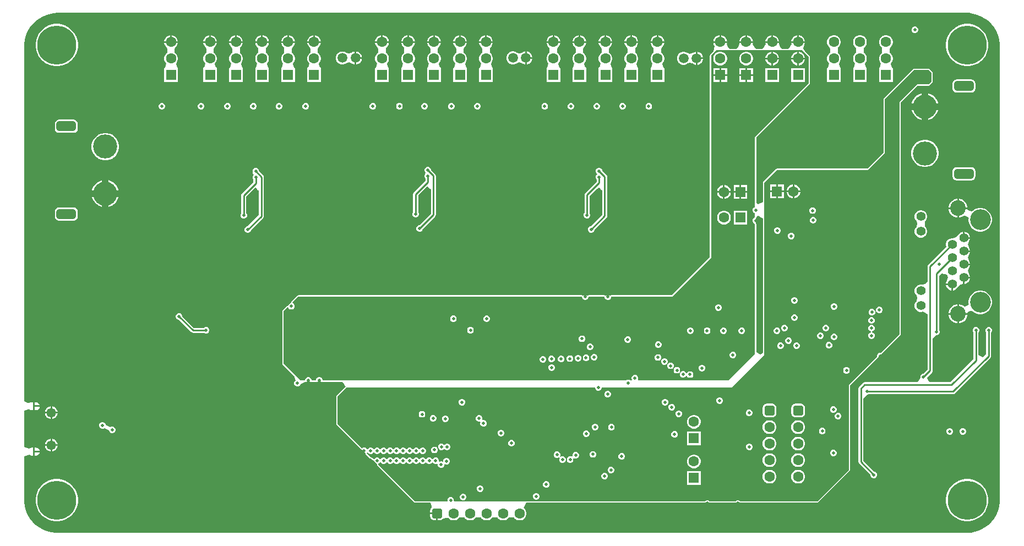
<source format=gbr>
G04*
G04 #@! TF.GenerationSoftware,Altium Limited,Altium Designer,25.1.2 (22)*
G04*
G04 Layer_Physical_Order=3*
G04 Layer_Color=16440176*
%FSLAX44Y44*%
%MOMM*%
G71*
G04*
G04 #@! TF.SameCoordinates,16C12C68-AF79-4A2E-A47B-84CD8AC843F2*
G04*
G04*
G04 #@! TF.FilePolarity,Positive*
G04*
G01*
G75*
%ADD10C,0.2540*%
%ADD94C,1.6000*%
%ADD108R,1.6000X1.6000*%
%ADD109R,1.6000X1.6000*%
%ADD110C,1.5000*%
G04:AMPARAMS|DCode=111|XSize=1.6mm|YSize=1.6mm|CornerRadius=0.4mm|HoleSize=0mm|Usage=FLASHONLY|Rotation=270.000|XOffset=0mm|YOffset=0mm|HoleType=Round|Shape=RoundedRectangle|*
%AMROUNDEDRECTD111*
21,1,1.6000,0.8000,0,0,270.0*
21,1,0.8000,1.6000,0,0,270.0*
1,1,0.8000,-0.4000,-0.4000*
1,1,0.8000,-0.4000,0.4000*
1,1,0.8000,0.4000,0.4000*
1,1,0.8000,0.4000,-0.4000*
%
%ADD111ROUNDEDRECTD111*%
G04:AMPARAMS|DCode=112|XSize=1.5mm|YSize=3mm|CornerRadius=0.375mm|HoleSize=0mm|Usage=FLASHONLY|Rotation=270.000|XOffset=0mm|YOffset=0mm|HoleType=Round|Shape=RoundedRectangle|*
%AMROUNDEDRECTD112*
21,1,1.5000,2.2500,0,0,270.0*
21,1,0.7500,3.0000,0,0,270.0*
1,1,0.7500,-1.1250,-0.3750*
1,1,0.7500,-1.1250,0.3750*
1,1,0.7500,1.1250,0.3750*
1,1,0.7500,1.1250,-0.3750*
%
%ADD112ROUNDEDRECTD112*%
%ADD113C,3.7000*%
%ADD114C,6.0000*%
%ADD115C,1.4080*%
%ADD117C,2.4000*%
%ADD118C,3.2000*%
%ADD119C,1.4500*%
G04:AMPARAMS|DCode=120|XSize=1.6mm|YSize=1.6mm|CornerRadius=0.4mm|HoleSize=0mm|Usage=FLASHONLY|Rotation=0.000|XOffset=0mm|YOffset=0mm|HoleType=Round|Shape=RoundedRectangle|*
%AMROUNDEDRECTD120*
21,1,1.6000,0.8000,0,0,0.0*
21,1,0.8000,1.6000,0,0,0.0*
1,1,0.8000,0.4000,-0.4000*
1,1,0.8000,-0.4000,-0.4000*
1,1,0.8000,-0.4000,0.4000*
1,1,0.8000,0.4000,0.4000*
%
%ADD120ROUNDEDRECTD120*%
%ADD121C,0.5000*%
G36*
X1558969Y899130D02*
X1565427Y897399D01*
X1571604Y894841D01*
X1577394Y891498D01*
X1582698Y887428D01*
X1587426Y882700D01*
X1591496Y877396D01*
X1594838Y871606D01*
X1597397Y865429D01*
X1599127Y858971D01*
X1600000Y852343D01*
Y849000D01*
X1600000D01*
X1600000Y594000D01*
X1600000Y201250D01*
X1600000Y150500D01*
X1599967Y147178D01*
X1599041Y140599D01*
X1597269Y134196D01*
X1594682Y128077D01*
X1591322Y122345D01*
X1587247Y117097D01*
X1582527Y112422D01*
X1577239Y108399D01*
X1571474Y105096D01*
X1565330Y102568D01*
X1558910Y100859D01*
X1556285Y100516D01*
X1549000Y99998D01*
X151000Y99998D01*
X147657D01*
X141028Y100870D01*
X134571Y102601D01*
X128394Y105159D01*
X122604Y108502D01*
X117300Y112572D01*
X112572Y117300D01*
X108502Y122604D01*
X105159Y128394D01*
X102601Y134571D01*
X100870Y141028D01*
X99998Y147657D01*
Y151000D01*
X99998D01*
Y217894D01*
X105071Y220018D01*
X107498Y220543D01*
X109043Y219510D01*
X111400Y219042D01*
X113130D01*
Y225200D01*
Y231358D01*
X111400D01*
X109043Y230889D01*
X107498Y229857D01*
X105071Y230382D01*
X99998Y232506D01*
X99998Y287894D01*
X105071Y290019D01*
X107498Y290543D01*
X109043Y289510D01*
X111400Y289042D01*
X113130D01*
Y295200D01*
Y301358D01*
X111400D01*
X109043Y300889D01*
X107498Y299857D01*
X105071Y300382D01*
X99998Y302506D01*
X99997Y849000D01*
X100000D01*
Y852343D01*
X100873Y858971D01*
X102603Y865429D01*
X105162Y871606D01*
X108504Y877396D01*
X112575Y882700D01*
X117302Y887428D01*
X122606Y891498D01*
X128396Y894841D01*
X134573Y897399D01*
X141031Y899130D01*
X143717Y899483D01*
X151002Y900002D01*
X151005Y900000D01*
X158502Y900000D01*
X1548995D01*
X1548997Y900002D01*
X1552340D01*
X1558969Y899130D01*
D02*
G37*
%LPC*%
G36*
X1470502Y879040D02*
X1468497D01*
X1466645Y878273D01*
X1465227Y876855D01*
X1464460Y875003D01*
Y872998D01*
X1465227Y871145D01*
X1466645Y869727D01*
X1468497Y868960D01*
X1470502D01*
X1472355Y869727D01*
X1473773Y871145D01*
X1474540Y872998D01*
Y875003D01*
X1473773Y876855D01*
X1472355Y878273D01*
X1470502Y879040D01*
D02*
G37*
G36*
X1074888Y865690D02*
X1074770D01*
Y856420D01*
X1084040D01*
Y856538D01*
X1083322Y859218D01*
X1081934Y861622D01*
X1079972Y863584D01*
X1077568Y864972D01*
X1074888Y865690D01*
D02*
G37*
G36*
X1072230D02*
X1072112D01*
X1069432Y864972D01*
X1067028Y863584D01*
X1065066Y861622D01*
X1063678Y859218D01*
X1062960Y856538D01*
Y856420D01*
X1072230D01*
Y865690D01*
D02*
G37*
G36*
X1211388D02*
X1211270D01*
Y856420D01*
X1220540D01*
Y856538D01*
X1219822Y859218D01*
X1218434Y861622D01*
X1216472Y863584D01*
X1214068Y864972D01*
X1211388Y865690D01*
D02*
G37*
G36*
X954888D02*
X954770D01*
Y856420D01*
X964040D01*
Y856538D01*
X963322Y859218D01*
X961934Y861622D01*
X959972Y863584D01*
X957568Y864972D01*
X954888Y865690D01*
D02*
G37*
G36*
X914888D02*
X914770D01*
Y856420D01*
X924040D01*
Y856538D01*
X923322Y859218D01*
X921934Y861622D01*
X919972Y863584D01*
X917568Y864972D01*
X914888Y865690D01*
D02*
G37*
G36*
X811388D02*
X811270D01*
Y856420D01*
X820540D01*
Y856538D01*
X819822Y859218D01*
X818434Y861622D01*
X816472Y863584D01*
X814068Y864972D01*
X811388Y865690D01*
D02*
G37*
G36*
X1208730D02*
X1208612D01*
X1205932Y864972D01*
X1203528Y863584D01*
X1201566Y861622D01*
X1200178Y859218D01*
X1199460Y856538D01*
Y856420D01*
X1208730D01*
Y865690D01*
D02*
G37*
G36*
X952230D02*
X952112D01*
X949432Y864972D01*
X947028Y863584D01*
X945066Y861622D01*
X943678Y859218D01*
X942960Y856538D01*
Y856420D01*
X952230D01*
Y865690D01*
D02*
G37*
G36*
X912230D02*
X912112D01*
X909432Y864972D01*
X907028Y863584D01*
X905066Y861622D01*
X903678Y859218D01*
X902960Y856538D01*
Y856420D01*
X912230D01*
Y865690D01*
D02*
G37*
G36*
X808730D02*
X808612D01*
X805932Y864972D01*
X803528Y863584D01*
X801566Y861622D01*
X800178Y859218D01*
X799460Y856538D01*
Y856420D01*
X808730D01*
Y865690D01*
D02*
G37*
G36*
X1291388D02*
X1291270D01*
Y856420D01*
X1300540D01*
Y856538D01*
X1299822Y859218D01*
X1298434Y861622D01*
X1296472Y863584D01*
X1294068Y864972D01*
X1291388Y865690D01*
D02*
G37*
G36*
X1251388D02*
X1251270D01*
Y856420D01*
X1260540D01*
Y856538D01*
X1259822Y859218D01*
X1258434Y861622D01*
X1256472Y863584D01*
X1254068Y864972D01*
X1251388Y865690D01*
D02*
G37*
G36*
X994888D02*
X994770D01*
Y856420D01*
X1004040D01*
Y856538D01*
X1003322Y859218D01*
X1001934Y861622D01*
X999972Y863584D01*
X997568Y864972D01*
X994888Y865690D01*
D02*
G37*
G36*
X691388D02*
X691270D01*
Y856420D01*
X700540D01*
Y856538D01*
X699822Y859218D01*
X698434Y861622D01*
X696472Y863584D01*
X694068Y864972D01*
X691388Y865690D01*
D02*
G37*
G36*
X651388D02*
X651270D01*
Y856420D01*
X660540D01*
Y856538D01*
X659822Y859218D01*
X658434Y861622D01*
X656472Y863584D01*
X654068Y864972D01*
X651388Y865690D01*
D02*
G37*
G36*
X1288730D02*
X1288612D01*
X1285932Y864972D01*
X1283528Y863584D01*
X1281566Y861622D01*
X1280178Y859218D01*
X1279460Y856538D01*
Y856420D01*
X1288730D01*
Y865690D01*
D02*
G37*
G36*
X1248730D02*
X1248612D01*
X1245932Y864972D01*
X1243528Y863584D01*
X1241566Y861622D01*
X1240178Y859218D01*
X1239460Y856538D01*
Y856420D01*
X1248730D01*
Y865690D01*
D02*
G37*
G36*
X992230D02*
X992112D01*
X989432Y864972D01*
X987028Y863584D01*
X985066Y861622D01*
X983678Y859218D01*
X982960Y856538D01*
Y856420D01*
X992230D01*
Y865690D01*
D02*
G37*
G36*
X688730D02*
X688612D01*
X685932Y864972D01*
X683528Y863584D01*
X681566Y861622D01*
X680178Y859218D01*
X679460Y856538D01*
Y856420D01*
X688730D01*
Y865690D01*
D02*
G37*
G36*
X648730D02*
X648612D01*
X645932Y864972D01*
X643528Y863584D01*
X641566Y861622D01*
X640178Y859218D01*
X639460Y856538D01*
Y856420D01*
X648730D01*
Y865690D01*
D02*
G37*
G36*
X1034888D02*
X1034770D01*
Y856420D01*
X1044040D01*
Y856538D01*
X1043322Y859218D01*
X1041934Y861622D01*
X1039972Y863584D01*
X1037568Y864972D01*
X1034888Y865690D01*
D02*
G37*
G36*
X731388D02*
X731270D01*
Y856420D01*
X740540D01*
Y856538D01*
X739822Y859218D01*
X738434Y861622D01*
X736472Y863584D01*
X734068Y864972D01*
X731388Y865690D01*
D02*
G37*
G36*
X1032230D02*
X1032112D01*
X1029432Y864972D01*
X1027028Y863584D01*
X1025066Y861622D01*
X1023678Y859218D01*
X1022960Y856538D01*
Y856420D01*
X1032230D01*
Y865690D01*
D02*
G37*
G36*
X728730D02*
X728612D01*
X725932Y864972D01*
X723528Y863584D01*
X721566Y861622D01*
X720178Y859218D01*
X719460Y856538D01*
Y856420D01*
X728730D01*
Y865690D01*
D02*
G37*
G36*
X1171388D02*
X1171270D01*
Y856420D01*
X1180540D01*
Y856538D01*
X1179822Y859218D01*
X1178434Y861622D01*
X1176472Y863584D01*
X1174068Y864972D01*
X1171388Y865690D01*
D02*
G37*
G36*
X771388D02*
X771270D01*
Y856420D01*
X780540D01*
Y856538D01*
X779822Y859218D01*
X778434Y861622D01*
X776472Y863584D01*
X774068Y864972D01*
X771388Y865690D01*
D02*
G37*
G36*
X1168730D02*
X1168612D01*
X1165932Y864972D01*
X1163528Y863584D01*
X1161566Y861622D01*
X1160178Y859218D01*
X1159460Y856538D01*
Y856420D01*
X1168730D01*
Y865690D01*
D02*
G37*
G36*
X768730D02*
X768612D01*
X765932Y864972D01*
X763528Y863584D01*
X761566Y861622D01*
X760178Y859218D01*
X759460Y856538D01*
Y856420D01*
X768730D01*
Y865690D01*
D02*
G37*
G36*
X506888Y865690D02*
X506770D01*
Y856420D01*
X516040D01*
Y856538D01*
X515322Y859218D01*
X513934Y861622D01*
X511972Y863584D01*
X509568Y864972D01*
X506888Y865690D01*
D02*
G37*
G36*
X504230D02*
X504112D01*
X501432Y864972D01*
X499028Y863584D01*
X497066Y861622D01*
X495678Y859218D01*
X494960Y856538D01*
Y856420D01*
X504230D01*
Y865690D01*
D02*
G37*
G36*
X546888D02*
X546770D01*
Y856420D01*
X556040D01*
Y856538D01*
X555322Y859218D01*
X553934Y861622D01*
X551972Y863584D01*
X549568Y864972D01*
X546888Y865690D01*
D02*
G37*
G36*
X466888D02*
X466770D01*
Y856420D01*
X476040D01*
Y856538D01*
X475322Y859218D01*
X473934Y861622D01*
X471972Y863584D01*
X469568Y864972D01*
X466888Y865690D01*
D02*
G37*
G36*
X544230D02*
X544112D01*
X541432Y864972D01*
X539028Y863584D01*
X537066Y861622D01*
X535678Y859218D01*
X534960Y856538D01*
Y856420D01*
X544230D01*
Y865690D01*
D02*
G37*
G36*
X464230D02*
X464112D01*
X461432Y864972D01*
X459028Y863584D01*
X457066Y861622D01*
X455678Y859218D01*
X454960Y856538D01*
Y856420D01*
X464230D01*
Y865690D01*
D02*
G37*
G36*
X426888D02*
X426770D01*
Y856420D01*
X436040D01*
Y856538D01*
X435322Y859218D01*
X433934Y861622D01*
X431972Y863584D01*
X429568Y864972D01*
X426888Y865690D01*
D02*
G37*
G36*
X386888D02*
X386770D01*
Y856420D01*
X396040D01*
Y856538D01*
X395322Y859218D01*
X393934Y861622D01*
X391972Y863584D01*
X389568Y864972D01*
X386888Y865690D01*
D02*
G37*
G36*
X326888D02*
X326770D01*
Y856420D01*
X336040D01*
Y856538D01*
X335322Y859218D01*
X333934Y861622D01*
X331972Y863584D01*
X329568Y864972D01*
X326888Y865690D01*
D02*
G37*
G36*
X424230D02*
X424112D01*
X421432Y864972D01*
X419028Y863584D01*
X417066Y861622D01*
X415678Y859218D01*
X414960Y856538D01*
Y856420D01*
X424230D01*
Y865690D01*
D02*
G37*
G36*
X384230D02*
X384112D01*
X381432Y864972D01*
X379028Y863584D01*
X377066Y861622D01*
X375678Y859218D01*
X374960Y856538D01*
Y856420D01*
X384230D01*
Y865690D01*
D02*
G37*
G36*
X324230D02*
X324112D01*
X321432Y864972D01*
X319028Y863584D01*
X317066Y861622D01*
X315678Y859218D01*
X314960Y856538D01*
Y856420D01*
X324230D01*
Y865690D01*
D02*
G37*
G36*
X1220540Y853880D02*
X1210000D01*
X1199460D01*
Y853762D01*
X1199855Y852289D01*
X1197870Y848133D01*
X1195252Y844789D01*
X1184748D01*
X1182130Y848133D01*
X1180145Y852289D01*
X1180540Y853762D01*
Y853880D01*
X1170000D01*
X1159460D01*
Y853762D01*
X1160178Y851082D01*
X1160309Y850855D01*
X1161514Y848483D01*
X1159525Y840976D01*
X1159370Y840753D01*
X1154808Y836192D01*
X1154366Y835530D01*
X1154211Y834750D01*
Y524595D01*
X1095405Y465789D01*
X1002540D01*
X1001760Y465634D01*
X998789Y465192D01*
X996211D01*
X993240Y465634D01*
X992460Y465789D01*
X967540D01*
X966760Y465634D01*
X963789Y465192D01*
X961211D01*
X958240Y465634D01*
X957460Y465789D01*
X521000D01*
X520220Y465634D01*
X519558Y465192D01*
X519116Y464530D01*
X519109Y464492D01*
X513249Y458633D01*
X510956Y456339D01*
X510844Y456172D01*
X510702Y456030D01*
Y456030D01*
X510625Y455845D01*
X510513Y455678D01*
X510513Y455678D01*
X510474Y455481D01*
X510397Y455295D01*
X510397Y455295D01*
Y455094D01*
X510358Y454897D01*
X510033Y454316D01*
X509709Y453811D01*
X505690Y449792D01*
X505182Y449467D01*
X504603Y449142D01*
X504406Y449103D01*
X504205D01*
X504019Y449026D01*
X503822Y448987D01*
X503822Y448987D01*
X503655Y448875D01*
X503470Y448798D01*
X503470D01*
X503327Y448656D01*
X503161Y448545D01*
X503161D01*
X497058Y442442D01*
X496616Y441780D01*
X496461Y441000D01*
Y361000D01*
X496461Y361000D01*
X496616Y360220D01*
X497058Y359558D01*
X497058Y359558D01*
X514904Y341712D01*
X517145Y334523D01*
X515727Y333105D01*
X514960Y331253D01*
Y329248D01*
X515727Y327395D01*
X515727Y327395D01*
X517145Y325977D01*
X517145D01*
X518997Y325210D01*
X521003Y325210D01*
X521003Y325210D01*
X521003Y325210D01*
X522855Y325977D01*
X522855D01*
X522855Y325977D01*
X524273Y327395D01*
X525040Y329247D01*
X525040Y329248D01*
X531238Y332392D01*
X531614Y332461D01*
X532395Y332616D01*
X535365Y333058D01*
X537944D01*
X540914Y332616D01*
X541694Y332461D01*
X548614D01*
X549395Y332616D01*
X552365Y333058D01*
X554944D01*
X557914Y332616D01*
X558694Y332461D01*
X589052D01*
X589898Y331242D01*
X593808Y324942D01*
X580758Y311891D01*
X580720Y311884D01*
X580058Y311442D01*
X579616Y310780D01*
X579461Y310000D01*
Y267750D01*
X579461Y267750D01*
X579616Y266970D01*
X580058Y266308D01*
X580058Y266308D01*
X614132Y232234D01*
X617619Y228747D01*
X617619D01*
X618281Y228305D01*
X618281Y228305D01*
X619061Y228150D01*
X622010Y225697D01*
X624462Y222748D01*
X624510Y222507D01*
X624522Y222260D01*
X624587Y222120D01*
X624618Y221968D01*
X624755Y221763D01*
X624859Y221540D01*
X624995Y221403D01*
X625060Y221306D01*
X629796Y216570D01*
X629796Y216570D01*
X631518Y214848D01*
X632180Y214406D01*
X632954Y214252D01*
X635423Y212440D01*
X635550Y212355D01*
X635862Y212147D01*
X635862Y212147D01*
X636085Y211998D01*
X636085D01*
X636865Y211843D01*
X637725Y211169D01*
X642147Y205500D01*
X642148Y205299D01*
X642108Y205103D01*
X642108Y205103D01*
X642147Y204906D01*
Y204705D01*
X642147Y204705D01*
X642224Y204519D01*
X642263Y204322D01*
Y204322D01*
X642375Y204155D01*
X642452Y203970D01*
Y203970D01*
X642594Y203827D01*
X642706Y203661D01*
X644811Y201556D01*
X699058Y147308D01*
X699720Y146866D01*
X700500Y146711D01*
X724598D01*
X726647Y141406D01*
X726648Y139211D01*
X725936Y138664D01*
X724887Y137298D01*
X724228Y135707D01*
X724004Y134000D01*
Y131270D01*
X734600D01*
Y130000D01*
X735870D01*
Y119404D01*
X738600D01*
X740307Y119628D01*
X741898Y120287D01*
X743264Y121336D01*
X743782Y122010D01*
X749143Y123056D01*
X750970Y123147D01*
X752178Y122916D01*
X753528Y121566D01*
X755932Y120178D01*
X758612Y119460D01*
X761388D01*
X764068Y120178D01*
X766472Y121566D01*
X768434Y123528D01*
X768543Y123717D01*
X770056Y124194D01*
X775344D01*
X776857Y123717D01*
X776966Y123528D01*
X778928Y121566D01*
X781332Y120178D01*
X784012Y119460D01*
X786788D01*
X789468Y120178D01*
X791872Y121566D01*
X793834Y123528D01*
X793943Y123717D01*
X795456Y124194D01*
X800744D01*
X802257Y123717D01*
X802366Y123528D01*
X804328Y121566D01*
X806732Y120178D01*
X809412Y119460D01*
X812188D01*
X814868Y120178D01*
X817272Y121566D01*
X819234Y123528D01*
X819343Y123717D01*
X820856Y124194D01*
X826144D01*
X827657Y123717D01*
X827766Y123528D01*
X829728Y121566D01*
X832132Y120178D01*
X834812Y119460D01*
X837588D01*
X840268Y120178D01*
X842672Y121566D01*
X844634Y123528D01*
X844743Y123717D01*
X846256Y124194D01*
X851544D01*
X853057Y123717D01*
X853166Y123528D01*
X855128Y121566D01*
X857532Y120178D01*
X860212Y119460D01*
X862988D01*
X865668Y120178D01*
X868072Y121566D01*
X870034Y123528D01*
X871422Y125932D01*
X872140Y128612D01*
Y131388D01*
X871422Y134068D01*
X870034Y136472D01*
X868072Y138434D01*
X871153Y145316D01*
X872274Y146711D01*
X1146622Y146711D01*
X1147403Y146866D01*
X1148064Y147308D01*
X1148550Y147794D01*
X1149653Y148251D01*
X1150847D01*
X1151950Y147794D01*
X1152436Y147308D01*
X1153097Y146866D01*
X1153878Y146711D01*
X1193622Y146711D01*
X1193622Y146711D01*
X1194403Y146866D01*
X1195064Y147308D01*
X1195550Y147794D01*
X1196653Y148251D01*
X1197847D01*
X1198950Y147794D01*
X1199436Y147308D01*
X1200097Y146866D01*
X1200878Y146711D01*
X1319500D01*
X1319500Y146711D01*
X1320280Y146866D01*
X1320942Y147308D01*
X1320942Y147308D01*
X1369442Y195808D01*
X1369884Y196470D01*
X1370039Y197250D01*
X1370039Y326905D01*
X1412413Y369279D01*
X1412413Y369279D01*
X1412414Y369280D01*
X1412633Y369609D01*
X1412855Y369941D01*
X1415160Y372590D01*
X1417809Y374895D01*
X1418059Y375062D01*
X1418471Y375337D01*
X1418471Y375337D01*
X1418471Y375337D01*
X1447192Y404058D01*
X1447634Y404720D01*
X1447789Y405500D01*
Y762155D01*
X1473845Y788211D01*
X1491000D01*
X1491780Y788366D01*
X1492442Y788808D01*
X1492442Y788808D01*
X1496192Y792558D01*
X1496634Y793220D01*
X1496789Y794000D01*
Y808250D01*
X1496789Y808250D01*
X1496634Y809030D01*
X1496192Y809692D01*
X1496192Y809692D01*
X1492442Y813442D01*
X1492442Y813442D01*
X1491780Y813884D01*
X1491000Y814039D01*
X1467750D01*
X1466970Y813884D01*
X1466308Y813442D01*
X1466308Y813442D01*
X1422058Y769192D01*
X1421616Y768530D01*
X1421461Y767750D01*
Y685345D01*
X1396655Y660539D01*
X1257500Y660539D01*
X1257500Y660539D01*
X1256720Y660384D01*
X1256058Y659942D01*
X1236308Y640192D01*
X1235866Y639530D01*
X1235711Y638750D01*
Y609440D01*
X1228211Y605616D01*
X1225539Y607556D01*
Y708155D01*
X1307442Y790058D01*
X1307884Y790720D01*
X1308039Y791500D01*
Y832750D01*
X1307884Y833530D01*
X1307442Y834192D01*
X1307442Y834192D01*
X1300739Y840895D01*
X1297646Y845114D01*
X1298215Y847686D01*
X1299761Y850976D01*
X1299822Y851082D01*
X1300540Y853762D01*
Y853880D01*
X1290000D01*
X1279460D01*
Y853762D01*
X1279855Y852289D01*
X1277870Y848133D01*
X1275252Y844789D01*
X1264748D01*
X1262130Y848133D01*
X1260145Y852289D01*
X1260540Y853762D01*
Y853880D01*
X1250000D01*
X1239460D01*
Y853762D01*
X1239855Y852289D01*
X1237870Y848133D01*
X1235252Y844789D01*
X1224748Y844789D01*
X1222130Y848133D01*
X1220145Y852289D01*
X1220540Y853762D01*
Y853880D01*
D02*
G37*
G36*
X870010Y840940D02*
X869958D01*
X867405Y840256D01*
X865115Y838934D01*
X861280Y837698D01*
X857445Y838934D01*
X855155Y840256D01*
X852602Y840940D01*
X849958D01*
X847405Y840256D01*
X845115Y838934D01*
X843246Y837065D01*
X841924Y834775D01*
X841240Y832222D01*
Y829578D01*
X841924Y827025D01*
X843246Y824735D01*
X845115Y822866D01*
X847405Y821544D01*
X849958Y820860D01*
X852602D01*
X855155Y821544D01*
X857445Y822866D01*
X861280Y824102D01*
X865115Y822866D01*
X867405Y821544D01*
X869958Y820860D01*
X870010D01*
Y830900D01*
Y840940D01*
D02*
G37*
G36*
X607760Y840690D02*
X607708D01*
X605155Y840006D01*
X602865Y838684D01*
X599030Y837448D01*
X595195Y838684D01*
X592905Y840006D01*
X590352Y840690D01*
X587708D01*
X585155Y840006D01*
X582865Y838684D01*
X580996Y836815D01*
X579674Y834525D01*
X578990Y831972D01*
Y829328D01*
X579674Y826775D01*
X580996Y824485D01*
X582865Y822616D01*
X585155Y821294D01*
X587708Y820610D01*
X590352D01*
X592905Y821294D01*
X595195Y822616D01*
X599030Y823852D01*
X602865Y822616D01*
X605155Y821294D01*
X607708Y820610D01*
X607760D01*
Y830650D01*
Y840690D01*
D02*
G37*
G36*
X1132510Y840190D02*
X1132458D01*
X1129905Y839506D01*
X1127615Y838184D01*
X1123780Y836948D01*
X1119945Y838184D01*
X1117655Y839506D01*
X1115102Y840190D01*
X1112458D01*
X1109905Y839506D01*
X1107615Y838184D01*
X1105746Y836315D01*
X1104424Y834025D01*
X1103740Y831472D01*
Y828828D01*
X1104424Y826275D01*
X1105746Y823985D01*
X1107615Y822116D01*
X1109905Y820794D01*
X1112458Y820110D01*
X1115102D01*
X1117655Y820794D01*
X1119945Y822116D01*
X1123780Y823352D01*
X1127615Y822116D01*
X1129905Y820794D01*
X1132458Y820110D01*
X1132510D01*
Y830150D01*
Y840190D01*
D02*
G37*
G36*
X872602Y840940D02*
X872550D01*
Y832170D01*
X881320D01*
Y832222D01*
X880636Y834775D01*
X879314Y837065D01*
X877445Y838934D01*
X875155Y840256D01*
X872602Y840940D01*
D02*
G37*
G36*
X610352Y840690D02*
X610300D01*
Y831920D01*
X619070D01*
Y831972D01*
X618386Y834525D01*
X617064Y836815D01*
X615195Y838684D01*
X612905Y840006D01*
X610352Y840690D01*
D02*
G37*
G36*
X1135102Y840190D02*
X1135050D01*
Y831420D01*
X1143820D01*
Y831472D01*
X1143136Y834025D01*
X1141814Y836315D01*
X1139945Y838184D01*
X1137655Y839506D01*
X1135102Y840190D01*
D02*
G37*
G36*
X881320Y829630D02*
X872550D01*
Y820860D01*
X872602D01*
X875155Y821544D01*
X877445Y822866D01*
X879314Y824735D01*
X880636Y827025D01*
X881320Y829578D01*
Y829630D01*
D02*
G37*
G36*
X619070Y829380D02*
X610300D01*
Y820610D01*
X610352D01*
X612905Y821294D01*
X615195Y822616D01*
X617064Y824485D01*
X618386Y826775D01*
X619070Y829328D01*
Y829380D01*
D02*
G37*
G36*
X1143820Y828880D02*
X1135050D01*
Y820110D01*
X1135102D01*
X1137655Y820794D01*
X1139945Y822116D01*
X1141814Y823985D01*
X1143136Y826275D01*
X1143820Y828828D01*
Y828880D01*
D02*
G37*
G36*
X1552361Y883140D02*
X1547239D01*
X1542180Y882339D01*
X1537309Y880756D01*
X1532745Y878431D01*
X1528602Y875420D01*
X1524980Y871798D01*
X1521969Y867655D01*
X1519644Y863091D01*
X1518061Y858220D01*
X1517260Y853161D01*
Y848039D01*
X1518061Y842980D01*
X1519644Y838109D01*
X1521969Y833545D01*
X1524980Y829402D01*
X1528602Y825780D01*
X1532745Y822769D01*
X1537309Y820444D01*
X1542180Y818861D01*
X1547239Y818060D01*
X1552361D01*
X1557420Y818861D01*
X1562291Y820444D01*
X1566855Y822769D01*
X1570998Y825780D01*
X1574620Y829402D01*
X1577631Y833545D01*
X1579956Y838109D01*
X1581539Y842980D01*
X1582340Y848039D01*
Y853161D01*
X1581539Y858220D01*
X1579956Y863091D01*
X1577631Y867655D01*
X1574620Y871798D01*
X1570998Y875420D01*
X1566855Y878431D01*
X1562291Y880756D01*
X1557420Y882339D01*
X1552361Y883140D01*
D02*
G37*
G36*
X152361D02*
X147239D01*
X142180Y882339D01*
X137309Y880756D01*
X132745Y878431D01*
X128602Y875420D01*
X124980Y871798D01*
X121969Y867655D01*
X119644Y863091D01*
X118061Y858220D01*
X117260Y853161D01*
Y848039D01*
X118061Y842980D01*
X119644Y838109D01*
X121969Y833545D01*
X124980Y829402D01*
X128602Y825780D01*
X132745Y822769D01*
X137309Y820444D01*
X142180Y818861D01*
X147239Y818060D01*
X152361D01*
X157420Y818861D01*
X162291Y820444D01*
X166855Y822769D01*
X170998Y825780D01*
X174620Y829402D01*
X177631Y833545D01*
X179956Y838109D01*
X181539Y842980D01*
X182340Y848039D01*
Y853161D01*
X181539Y858220D01*
X179956Y863091D01*
X177631Y867655D01*
X174620Y871798D01*
X170998Y875420D01*
X166855Y878431D01*
X162291Y880756D01*
X157420Y882339D01*
X152361Y883140D01*
D02*
G37*
G36*
X1426388Y865690D02*
X1423612D01*
X1420932Y864972D01*
X1418528Y863584D01*
X1416566Y861622D01*
X1415178Y859218D01*
X1414460Y856538D01*
Y853762D01*
X1415178Y851082D01*
X1416566Y848678D01*
X1418528Y846716D01*
X1418717Y846607D01*
X1419194Y845094D01*
Y839806D01*
X1418717Y838293D01*
X1418528Y838184D01*
X1416566Y836222D01*
X1415178Y833818D01*
X1414460Y831138D01*
Y828362D01*
X1415178Y825682D01*
X1416566Y823278D01*
X1417454Y822390D01*
X1416565Y817998D01*
X1414725Y814890D01*
X1414460D01*
Y793810D01*
X1435540D01*
Y814890D01*
X1435275D01*
X1433435Y817998D01*
X1432546Y822390D01*
X1433434Y823278D01*
X1434822Y825682D01*
X1435540Y828362D01*
Y831138D01*
X1434822Y833818D01*
X1433434Y836222D01*
X1431472Y838184D01*
X1431283Y838293D01*
X1430806Y839806D01*
Y845094D01*
X1431283Y846607D01*
X1431472Y846716D01*
X1433434Y848678D01*
X1434822Y851082D01*
X1435540Y853762D01*
Y856538D01*
X1434822Y859218D01*
X1433434Y861622D01*
X1431472Y863584D01*
X1429068Y864972D01*
X1426388Y865690D01*
D02*
G37*
G36*
X1386388D02*
X1383612D01*
X1380932Y864972D01*
X1378528Y863584D01*
X1376566Y861622D01*
X1375178Y859218D01*
X1374460Y856538D01*
Y853762D01*
X1375178Y851082D01*
X1376566Y848678D01*
X1378528Y846716D01*
X1378717Y846607D01*
X1379194Y845094D01*
Y839806D01*
X1378717Y838293D01*
X1378528Y838184D01*
X1376566Y836222D01*
X1375178Y833818D01*
X1374460Y831138D01*
Y828362D01*
X1375178Y825682D01*
X1376566Y823278D01*
X1377454Y822390D01*
X1376565Y817998D01*
X1374725Y814890D01*
X1374460D01*
Y793810D01*
X1395540D01*
Y814890D01*
X1395275D01*
X1393435Y817998D01*
X1392546Y822390D01*
X1393434Y823278D01*
X1394822Y825682D01*
X1395540Y828362D01*
Y831138D01*
X1394822Y833818D01*
X1393434Y836222D01*
X1391472Y838184D01*
X1391283Y838293D01*
X1390806Y839806D01*
Y845094D01*
X1391283Y846607D01*
X1391472Y846716D01*
X1393434Y848678D01*
X1394822Y851082D01*
X1395540Y853762D01*
Y856538D01*
X1394822Y859218D01*
X1393434Y861622D01*
X1391472Y863584D01*
X1389068Y864972D01*
X1386388Y865690D01*
D02*
G37*
G36*
X1346388D02*
X1343612D01*
X1340932Y864972D01*
X1338528Y863584D01*
X1336566Y861622D01*
X1335178Y859218D01*
X1334460Y856538D01*
Y853762D01*
X1335178Y851082D01*
X1336566Y848678D01*
X1338528Y846716D01*
X1338717Y846607D01*
X1339194Y845094D01*
Y839806D01*
X1338717Y838293D01*
X1338528Y838184D01*
X1336566Y836222D01*
X1335178Y833818D01*
X1334460Y831138D01*
Y828362D01*
X1335178Y825682D01*
X1336566Y823278D01*
X1337454Y822390D01*
X1336565Y817998D01*
X1334725Y814890D01*
X1334460D01*
Y793810D01*
X1355540D01*
Y814890D01*
X1355275D01*
X1353435Y817998D01*
X1352546Y822390D01*
X1353434Y823278D01*
X1354822Y825682D01*
X1355540Y828362D01*
Y831138D01*
X1354822Y833818D01*
X1353434Y836222D01*
X1351472Y838184D01*
X1351283Y838293D01*
X1350806Y839806D01*
Y845094D01*
X1351283Y846607D01*
X1351472Y846716D01*
X1353434Y848678D01*
X1354822Y851082D01*
X1355540Y853762D01*
Y856538D01*
X1354822Y859218D01*
X1353434Y861622D01*
X1351472Y863584D01*
X1349068Y864972D01*
X1346388Y865690D01*
D02*
G37*
G36*
X1084040Y853880D02*
X1073500D01*
X1062960D01*
Y853762D01*
X1063678Y851082D01*
X1065066Y848678D01*
X1067028Y846716D01*
X1067217Y846607D01*
X1067694Y845094D01*
Y839806D01*
X1067217Y838293D01*
X1067028Y838184D01*
X1065066Y836222D01*
X1063678Y833818D01*
X1062960Y831138D01*
Y828362D01*
X1063678Y825682D01*
X1065066Y823278D01*
X1065954Y822390D01*
X1065065Y817998D01*
X1063225Y814890D01*
X1062960D01*
Y793810D01*
X1084040D01*
Y814890D01*
X1083775D01*
X1081935Y817998D01*
X1081046Y822390D01*
X1081934Y823278D01*
X1083322Y825682D01*
X1084040Y828362D01*
Y831138D01*
X1083322Y833818D01*
X1081934Y836222D01*
X1079972Y838184D01*
X1079782Y838293D01*
X1079306Y839806D01*
Y845094D01*
X1079782Y846607D01*
X1079972Y846716D01*
X1081934Y848678D01*
X1083322Y851082D01*
X1084040Y853762D01*
Y853880D01*
D02*
G37*
G36*
X1044040Y853880D02*
X1033500D01*
X1022960D01*
Y853762D01*
X1023678Y851082D01*
X1025066Y848678D01*
X1027028Y846716D01*
X1027217Y846607D01*
X1027694Y845094D01*
Y839806D01*
X1027217Y838293D01*
X1027028Y838184D01*
X1025066Y836222D01*
X1023678Y833818D01*
X1022960Y831138D01*
Y828362D01*
X1023678Y825682D01*
X1025066Y823278D01*
X1025954Y822390D01*
X1025065Y817998D01*
X1023225Y814890D01*
X1022960D01*
Y793810D01*
X1044040D01*
Y814890D01*
X1043775D01*
X1041935Y817998D01*
X1041046Y822390D01*
X1041934Y823278D01*
X1043322Y825682D01*
X1044040Y828362D01*
Y831138D01*
X1043322Y833818D01*
X1041934Y836222D01*
X1039972Y838184D01*
X1039782Y838293D01*
X1039306Y839806D01*
Y845094D01*
X1039782Y846607D01*
X1039972Y846716D01*
X1041934Y848678D01*
X1043322Y851082D01*
X1044040Y853762D01*
Y853880D01*
D02*
G37*
G36*
X1004040Y853880D02*
X993500D01*
X982960D01*
Y853762D01*
X983678Y851082D01*
X985066Y848678D01*
X987028Y846716D01*
X987217Y846607D01*
X987694Y845094D01*
Y839806D01*
X987217Y838293D01*
X987028Y838184D01*
X985066Y836222D01*
X983678Y833818D01*
X982960Y831138D01*
Y828362D01*
X983678Y825682D01*
X985066Y823278D01*
X985954Y822390D01*
X985065Y817998D01*
X983225Y814890D01*
X982960D01*
Y793810D01*
X1004040D01*
Y814890D01*
X1003775D01*
X1001935Y817998D01*
X1001046Y822390D01*
X1001934Y823278D01*
X1003322Y825682D01*
X1004040Y828362D01*
Y831138D01*
X1003322Y833818D01*
X1001934Y836222D01*
X999972Y838184D01*
X999782Y838293D01*
X999306Y839806D01*
Y845094D01*
X999782Y846607D01*
X999972Y846716D01*
X1001934Y848678D01*
X1003322Y851082D01*
X1004040Y853762D01*
Y853880D01*
D02*
G37*
G36*
X964040Y853880D02*
X953500D01*
X942960D01*
Y853762D01*
X943678Y851082D01*
X945066Y848678D01*
X947028Y846716D01*
X947217Y846607D01*
X947694Y845094D01*
Y839806D01*
X947217Y838293D01*
X947028Y838184D01*
X945066Y836222D01*
X943678Y833818D01*
X942960Y831138D01*
Y828362D01*
X943678Y825682D01*
X945066Y823278D01*
X945954Y822390D01*
X945065Y817998D01*
X943225Y814890D01*
X942960D01*
Y793810D01*
X964040D01*
Y814890D01*
X963775D01*
X961935Y817998D01*
X961046Y822390D01*
X961934Y823278D01*
X963322Y825682D01*
X964040Y828362D01*
Y831138D01*
X963322Y833818D01*
X961934Y836222D01*
X959972Y838184D01*
X959782Y838293D01*
X959306Y839806D01*
Y845094D01*
X959782Y846607D01*
X959972Y846716D01*
X961934Y848678D01*
X963322Y851082D01*
X964040Y853762D01*
Y853880D01*
D02*
G37*
G36*
X924040D02*
X913500D01*
X902960D01*
Y853762D01*
X903678Y851082D01*
X905066Y848678D01*
X907028Y846716D01*
X907217Y846607D01*
X907694Y845094D01*
Y839806D01*
X907217Y838293D01*
X907028Y838184D01*
X905066Y836222D01*
X903678Y833818D01*
X902960Y831138D01*
Y828362D01*
X903678Y825682D01*
X905066Y823278D01*
X905954Y822390D01*
X905065Y817998D01*
X903225Y814890D01*
X902960D01*
Y793810D01*
X924040D01*
Y814890D01*
X923775D01*
X921935Y817998D01*
X921046Y822390D01*
X921934Y823278D01*
X923322Y825682D01*
X924040Y828362D01*
Y831138D01*
X923322Y833818D01*
X921934Y836222D01*
X919972Y838184D01*
X919782Y838293D01*
X919306Y839806D01*
Y845094D01*
X919782Y846607D01*
X919972Y846716D01*
X921934Y848678D01*
X923322Y851082D01*
X924040Y853762D01*
Y853880D01*
D02*
G37*
G36*
X820540D02*
X810000D01*
X799460D01*
Y853762D01*
X800178Y851082D01*
X801566Y848678D01*
X803528Y846716D01*
X803717Y846607D01*
X804194Y845094D01*
Y839806D01*
X803717Y838293D01*
X803528Y838184D01*
X801566Y836222D01*
X800178Y833818D01*
X799460Y831138D01*
Y828362D01*
X800178Y825682D01*
X801566Y823278D01*
X802454Y822390D01*
X801565Y817998D01*
X799725Y814890D01*
X799460D01*
Y793810D01*
X820540D01*
Y814890D01*
X820275D01*
X818435Y817998D01*
X817546Y822390D01*
X818434Y823278D01*
X819822Y825682D01*
X820540Y828362D01*
Y831138D01*
X819822Y833818D01*
X818434Y836222D01*
X816472Y838184D01*
X816283Y838293D01*
X815806Y839806D01*
Y845094D01*
X816283Y846607D01*
X816472Y846716D01*
X818434Y848678D01*
X819822Y851082D01*
X820540Y853762D01*
Y853880D01*
D02*
G37*
G36*
X780540Y853880D02*
X770000D01*
X759460D01*
Y853762D01*
X760178Y851082D01*
X761566Y848678D01*
X763528Y846716D01*
X763717Y846607D01*
X764194Y845094D01*
Y839806D01*
X763717Y838293D01*
X763528Y838184D01*
X761566Y836222D01*
X760178Y833818D01*
X759460Y831138D01*
Y828362D01*
X760178Y825682D01*
X761566Y823278D01*
X762454Y822390D01*
X761565Y817998D01*
X759725Y814890D01*
X759460D01*
Y793810D01*
X780540D01*
Y814890D01*
X780275D01*
X778435Y817998D01*
X777546Y822390D01*
X778434Y823278D01*
X779822Y825682D01*
X780540Y828362D01*
Y831138D01*
X779822Y833818D01*
X778434Y836222D01*
X776472Y838184D01*
X776283Y838293D01*
X775806Y839806D01*
Y845094D01*
X776283Y846607D01*
X776472Y846716D01*
X778434Y848678D01*
X779822Y851082D01*
X780540Y853762D01*
Y853880D01*
D02*
G37*
G36*
X740540Y853880D02*
X730000D01*
X719460D01*
Y853762D01*
X720178Y851082D01*
X721566Y848678D01*
X723528Y846716D01*
X723717Y846607D01*
X724194Y845094D01*
Y839806D01*
X723717Y838293D01*
X723528Y838184D01*
X721566Y836222D01*
X720178Y833818D01*
X719460Y831138D01*
Y828362D01*
X720178Y825682D01*
X721566Y823278D01*
X722454Y822390D01*
X721565Y817998D01*
X719725Y814890D01*
X719460D01*
Y793810D01*
X740540D01*
Y814890D01*
X740275D01*
X738435Y817998D01*
X737546Y822390D01*
X738434Y823278D01*
X739822Y825682D01*
X740540Y828362D01*
Y831138D01*
X739822Y833818D01*
X738434Y836222D01*
X736472Y838184D01*
X736283Y838293D01*
X735806Y839806D01*
Y845094D01*
X736283Y846607D01*
X736472Y846716D01*
X738434Y848678D01*
X739822Y851082D01*
X740540Y853762D01*
Y853880D01*
D02*
G37*
G36*
X700540Y853880D02*
X690000D01*
X679460D01*
Y853762D01*
X680178Y851082D01*
X681566Y848678D01*
X683528Y846716D01*
X683717Y846607D01*
X684194Y845094D01*
Y839806D01*
X683717Y838293D01*
X683528Y838184D01*
X681566Y836222D01*
X680178Y833818D01*
X679460Y831138D01*
Y828362D01*
X680178Y825682D01*
X681566Y823278D01*
X682454Y822390D01*
X681565Y817998D01*
X679725Y814890D01*
X679460D01*
Y793810D01*
X700540D01*
Y814890D01*
X700275D01*
X698435Y817998D01*
X697546Y822390D01*
X698434Y823278D01*
X699822Y825682D01*
X700540Y828362D01*
Y831138D01*
X699822Y833818D01*
X698434Y836222D01*
X696472Y838184D01*
X696283Y838293D01*
X695806Y839806D01*
Y845094D01*
X696283Y846607D01*
X696472Y846716D01*
X698434Y848678D01*
X699822Y851082D01*
X700540Y853762D01*
Y853880D01*
D02*
G37*
G36*
X660540D02*
X650000D01*
X639460D01*
Y853762D01*
X640178Y851082D01*
X641566Y848678D01*
X643528Y846716D01*
X643717Y846607D01*
X644194Y845094D01*
Y839806D01*
X643717Y838293D01*
X643528Y838184D01*
X641566Y836222D01*
X640178Y833818D01*
X639460Y831138D01*
Y828362D01*
X640178Y825682D01*
X641566Y823278D01*
X642454Y822390D01*
X641565Y817998D01*
X639725Y814890D01*
X639460D01*
Y793810D01*
X660540D01*
Y814890D01*
X660275D01*
X658435Y817998D01*
X657546Y822390D01*
X658434Y823278D01*
X659822Y825682D01*
X660540Y828362D01*
Y831138D01*
X659822Y833818D01*
X658434Y836222D01*
X656472Y838184D01*
X656283Y838293D01*
X655806Y839806D01*
Y845094D01*
X656283Y846607D01*
X656472Y846716D01*
X658434Y848678D01*
X659822Y851082D01*
X660540Y853762D01*
Y853880D01*
D02*
G37*
G36*
X556040Y853880D02*
X545500D01*
X534960D01*
Y853762D01*
X535678Y851082D01*
X537066Y848678D01*
X539028Y846716D01*
X539217Y846607D01*
X539694Y845094D01*
Y839806D01*
X539217Y838293D01*
X539028Y838184D01*
X537066Y836222D01*
X535678Y833818D01*
X534960Y831138D01*
Y828362D01*
X535678Y825682D01*
X537066Y823278D01*
X537954Y822390D01*
X537065Y817998D01*
X535225Y814890D01*
X534960D01*
Y793810D01*
X556040D01*
Y814890D01*
X555775D01*
X553935Y817998D01*
X553046Y822390D01*
X553934Y823278D01*
X555322Y825682D01*
X556040Y828362D01*
Y831138D01*
X555322Y833818D01*
X553934Y836222D01*
X551972Y838184D01*
X551782Y838293D01*
X551306Y839806D01*
Y845094D01*
X551782Y846607D01*
X551972Y846716D01*
X553934Y848678D01*
X555322Y851082D01*
X556040Y853762D01*
Y853880D01*
D02*
G37*
G36*
X516040Y853880D02*
X505500D01*
X494960D01*
Y853762D01*
X495678Y851082D01*
X497066Y848678D01*
X499028Y846716D01*
X499217Y846607D01*
X499694Y845094D01*
Y839806D01*
X499217Y838293D01*
X499028Y838184D01*
X497066Y836222D01*
X495678Y833818D01*
X494960Y831138D01*
Y828362D01*
X495678Y825682D01*
X497066Y823278D01*
X497954Y822390D01*
X497065Y817998D01*
X495225Y814890D01*
X494960D01*
Y793810D01*
X516040D01*
Y814890D01*
X515775D01*
X513935Y817998D01*
X513046Y822390D01*
X513934Y823278D01*
X515322Y825682D01*
X516040Y828362D01*
Y831138D01*
X515322Y833818D01*
X513934Y836222D01*
X511972Y838184D01*
X511782Y838293D01*
X511306Y839806D01*
Y845094D01*
X511782Y846607D01*
X511972Y846716D01*
X513934Y848678D01*
X515322Y851082D01*
X516040Y853762D01*
Y853880D01*
D02*
G37*
G36*
X476040Y853880D02*
X465500D01*
X454960D01*
Y853762D01*
X455678Y851082D01*
X457066Y848678D01*
X459028Y846716D01*
X459217Y846607D01*
X459694Y845094D01*
Y839806D01*
X459217Y838293D01*
X459028Y838184D01*
X457066Y836222D01*
X455678Y833818D01*
X454960Y831138D01*
Y828362D01*
X455678Y825682D01*
X457066Y823278D01*
X457954Y822390D01*
X457065Y817998D01*
X455225Y814890D01*
X454960D01*
Y793810D01*
X476040D01*
Y814890D01*
X475775D01*
X473935Y817998D01*
X473046Y822390D01*
X473934Y823278D01*
X475322Y825682D01*
X476040Y828362D01*
Y831138D01*
X475322Y833818D01*
X473934Y836222D01*
X471972Y838184D01*
X471782Y838293D01*
X471306Y839806D01*
Y845094D01*
X471782Y846607D01*
X471972Y846716D01*
X473934Y848678D01*
X475322Y851082D01*
X476040Y853762D01*
Y853880D01*
D02*
G37*
G36*
X436040Y853880D02*
X425500D01*
X414960D01*
Y853762D01*
X415678Y851082D01*
X417066Y848678D01*
X419028Y846716D01*
X419217Y846607D01*
X419694Y845094D01*
Y839806D01*
X419217Y838293D01*
X419028Y838184D01*
X417066Y836222D01*
X415678Y833818D01*
X414960Y831138D01*
Y828362D01*
X415678Y825682D01*
X417066Y823278D01*
X417954Y822390D01*
X417065Y817998D01*
X415225Y814890D01*
X414960D01*
Y793810D01*
X436040D01*
Y814890D01*
X435775D01*
X433935Y817998D01*
X433046Y822390D01*
X433934Y823278D01*
X435322Y825682D01*
X436040Y828362D01*
Y831138D01*
X435322Y833818D01*
X433934Y836222D01*
X431972Y838184D01*
X431782Y838293D01*
X431306Y839806D01*
Y845094D01*
X431782Y846607D01*
X431972Y846716D01*
X433934Y848678D01*
X435322Y851082D01*
X436040Y853762D01*
Y853880D01*
D02*
G37*
G36*
X396040D02*
X385500D01*
X374960D01*
Y853762D01*
X375678Y851082D01*
X377066Y848678D01*
X379028Y846716D01*
X379217Y846607D01*
X379694Y845094D01*
Y839806D01*
X379217Y838293D01*
X379028Y838184D01*
X377066Y836222D01*
X375678Y833818D01*
X374960Y831138D01*
Y828362D01*
X375678Y825682D01*
X377066Y823278D01*
X377954Y822390D01*
X377065Y817998D01*
X375225Y814890D01*
X374960D01*
Y793810D01*
X396040D01*
Y814890D01*
X395775D01*
X393935Y817998D01*
X393046Y822390D01*
X393934Y823278D01*
X395322Y825682D01*
X396040Y828362D01*
Y831138D01*
X395322Y833818D01*
X393934Y836222D01*
X391972Y838184D01*
X391782Y838293D01*
X391306Y839806D01*
Y845094D01*
X391782Y846607D01*
X391972Y846716D01*
X393934Y848678D01*
X395322Y851082D01*
X396040Y853762D01*
Y853880D01*
D02*
G37*
G36*
X336040D02*
X325500D01*
X314960D01*
Y853762D01*
X315678Y851082D01*
X317066Y848678D01*
X319028Y846716D01*
X319217Y846607D01*
X319694Y845094D01*
Y839806D01*
X319217Y838293D01*
X319028Y838184D01*
X317066Y836222D01*
X315678Y833818D01*
X314960Y831138D01*
Y828362D01*
X315678Y825682D01*
X317066Y823278D01*
X317954Y822390D01*
X317065Y817998D01*
X315225Y814890D01*
X314960D01*
Y793810D01*
X336040D01*
Y814890D01*
X335775D01*
X333935Y817998D01*
X333046Y822390D01*
X333934Y823278D01*
X335322Y825682D01*
X336040Y828362D01*
Y831138D01*
X335322Y833818D01*
X333934Y836222D01*
X331972Y838184D01*
X331782Y838293D01*
X331306Y839806D01*
Y845094D01*
X331782Y846607D01*
X331972Y846716D01*
X333934Y848678D01*
X335322Y851082D01*
X336040Y853762D01*
Y853880D01*
D02*
G37*
G36*
X1556250Y797663D02*
X1533750D01*
X1531296Y797175D01*
X1529215Y795785D01*
X1527825Y793704D01*
X1527337Y791250D01*
Y783750D01*
X1527825Y781296D01*
X1529215Y779215D01*
X1531296Y777825D01*
X1533750Y777337D01*
X1556250D01*
X1558704Y777825D01*
X1560785Y779215D01*
X1562175Y781296D01*
X1562663Y783750D01*
Y791250D01*
X1562175Y793704D01*
X1560785Y795785D01*
X1558704Y797175D01*
X1556250Y797663D01*
D02*
G37*
G36*
X1490080Y776442D02*
Y761080D01*
X1505442D01*
X1505231Y762137D01*
X1503645Y765966D01*
X1501343Y769412D01*
X1498412Y772343D01*
X1494966Y774645D01*
X1491137Y776232D01*
X1490080Y776442D01*
D02*
G37*
G36*
X1479920Y776442D02*
X1478863Y776232D01*
X1475034Y774645D01*
X1471588Y772343D01*
X1468657Y769412D01*
X1466355Y765966D01*
X1464769Y762137D01*
X1464558Y761080D01*
X1479920D01*
Y776442D01*
D02*
G37*
G36*
X677753Y761790D02*
X675748D01*
X673895Y761023D01*
X672477Y759605D01*
X671710Y757753D01*
Y755748D01*
X672477Y753895D01*
X673895Y752477D01*
X675748Y751710D01*
X677753D01*
X679605Y752477D01*
X681023Y753895D01*
X681790Y755748D01*
Y757753D01*
X681023Y759605D01*
X679605Y761023D01*
X677753Y761790D01*
D02*
G37*
G36*
X1061253Y761540D02*
X1059248D01*
X1057395Y760773D01*
X1055977Y759355D01*
X1055210Y757503D01*
Y755498D01*
X1055977Y753645D01*
X1057395Y752227D01*
X1059248Y751460D01*
X1061253D01*
X1063105Y752227D01*
X1064523Y753645D01*
X1065290Y755498D01*
Y757503D01*
X1064523Y759355D01*
X1063105Y760773D01*
X1061253Y761540D01*
D02*
G37*
G36*
X1020752D02*
X1018747D01*
X1016895Y760773D01*
X1015477Y759355D01*
X1014710Y757503D01*
Y755498D01*
X1015477Y753645D01*
X1016895Y752227D01*
X1018747Y751460D01*
X1020752D01*
X1022605Y752227D01*
X1024023Y753645D01*
X1024790Y755498D01*
Y757503D01*
X1024023Y759355D01*
X1022605Y760773D01*
X1020752Y761540D01*
D02*
G37*
G36*
X981253D02*
X979248D01*
X977395Y760773D01*
X975977Y759355D01*
X975210Y757503D01*
Y755498D01*
X975977Y753645D01*
X977395Y752227D01*
X979248Y751460D01*
X981253D01*
X983105Y752227D01*
X984523Y753645D01*
X985290Y755498D01*
Y757503D01*
X984523Y759355D01*
X983105Y760773D01*
X981253Y761540D01*
D02*
G37*
G36*
X901253D02*
X899248D01*
X897395Y760773D01*
X895977Y759355D01*
X895210Y757503D01*
Y755498D01*
X895977Y753645D01*
X897395Y752227D01*
X899248Y751460D01*
X901253D01*
X903105Y752227D01*
X904523Y753645D01*
X905290Y755498D01*
Y757503D01*
X904523Y759355D01*
X903105Y760773D01*
X901253Y761540D01*
D02*
G37*
G36*
X797753D02*
X795748D01*
X793895Y760773D01*
X792477Y759355D01*
X791710Y757503D01*
Y755498D01*
X792477Y753645D01*
X793895Y752227D01*
X795748Y751460D01*
X797753D01*
X799605Y752227D01*
X801023Y753645D01*
X801790Y755498D01*
Y757503D01*
X801023Y759355D01*
X799605Y760773D01*
X797753Y761540D01*
D02*
G37*
G36*
X716503D02*
X714498D01*
X712645Y760773D01*
X711227Y759355D01*
X710460Y757503D01*
Y755498D01*
X711227Y753645D01*
X712645Y752227D01*
X714498Y751460D01*
X716503D01*
X718355Y752227D01*
X719773Y753645D01*
X720540Y755498D01*
Y757503D01*
X719773Y759355D01*
X718355Y760773D01*
X716503Y761540D01*
D02*
G37*
G36*
X413503D02*
X411497D01*
X409645Y760773D01*
X408227Y759355D01*
X407460Y757503D01*
Y755498D01*
X408227Y753645D01*
X409645Y752227D01*
X411497Y751460D01*
X413503D01*
X415355Y752227D01*
X416773Y753645D01*
X417540Y755498D01*
Y757503D01*
X416773Y759355D01*
X415355Y760773D01*
X413503Y761540D01*
D02*
G37*
G36*
X372752D02*
X370747D01*
X368895Y760773D01*
X367477Y759355D01*
X366710Y757503D01*
Y755498D01*
X367477Y753645D01*
X368895Y752227D01*
X370747Y751460D01*
X372752D01*
X374605Y752227D01*
X376023Y753645D01*
X376790Y755498D01*
Y757503D01*
X376023Y759355D01*
X374605Y760773D01*
X372752Y761540D01*
D02*
G37*
G36*
X312502D02*
X310497D01*
X308645Y760773D01*
X307227Y759355D01*
X306460Y757503D01*
Y755498D01*
X307227Y753645D01*
X308645Y752227D01*
X310497Y751460D01*
X312502D01*
X314355Y752227D01*
X315773Y753645D01*
X316540Y755498D01*
Y757503D01*
X315773Y759355D01*
X314355Y760773D01*
X312502Y761540D01*
D02*
G37*
G36*
X941503Y761290D02*
X939498D01*
X937645Y760523D01*
X936227Y759105D01*
X935460Y757253D01*
Y755247D01*
X936227Y753395D01*
X937645Y751977D01*
X939498Y751210D01*
X941503D01*
X943355Y751977D01*
X944773Y753395D01*
X945540Y755247D01*
Y757253D01*
X944773Y759105D01*
X943355Y760523D01*
X941503Y761290D01*
D02*
G37*
G36*
X757503D02*
X755498D01*
X753645Y760523D01*
X752227Y759105D01*
X751460Y757253D01*
Y755247D01*
X752227Y753395D01*
X753645Y751977D01*
X755498Y751210D01*
X757503D01*
X759355Y751977D01*
X760773Y753395D01*
X761540Y755247D01*
Y757253D01*
X760773Y759105D01*
X759355Y760523D01*
X757503Y761290D01*
D02*
G37*
G36*
X637002D02*
X634997D01*
X633145Y760523D01*
X631727Y759105D01*
X630960Y757253D01*
Y755247D01*
X631727Y753395D01*
X633145Y751977D01*
X634997Y751210D01*
X637002D01*
X638855Y751977D01*
X640273Y753395D01*
X641040Y755247D01*
Y757253D01*
X640273Y759105D01*
X638855Y760523D01*
X637002Y761290D01*
D02*
G37*
G36*
X533753D02*
X531748D01*
X529895Y760523D01*
X528477Y759105D01*
X527710Y757253D01*
Y755247D01*
X528477Y753395D01*
X529895Y751977D01*
X531748Y751210D01*
X533753D01*
X535605Y751977D01*
X537023Y753395D01*
X537790Y755247D01*
Y757253D01*
X537023Y759105D01*
X535605Y760523D01*
X533753Y761290D01*
D02*
G37*
G36*
X492503D02*
X490498D01*
X488645Y760523D01*
X487227Y759105D01*
X486460Y757253D01*
Y755247D01*
X487227Y753395D01*
X488645Y751977D01*
X490498Y751210D01*
X492503D01*
X494355Y751977D01*
X495773Y753395D01*
X496540Y755247D01*
Y757253D01*
X495773Y759105D01*
X494355Y760523D01*
X492503Y761290D01*
D02*
G37*
G36*
X453252D02*
X451247D01*
X449395Y760523D01*
X447977Y759105D01*
X447210Y757253D01*
Y755247D01*
X447977Y753395D01*
X449395Y751977D01*
X451247Y751210D01*
X453252D01*
X455105Y751977D01*
X456523Y753395D01*
X457290Y755247D01*
Y757253D01*
X456523Y759105D01*
X455105Y760523D01*
X453252Y761290D01*
D02*
G37*
G36*
X1505442Y750920D02*
X1490080D01*
Y735558D01*
X1491137Y735769D01*
X1494966Y737355D01*
X1498412Y739657D01*
X1501343Y742588D01*
X1503645Y746034D01*
X1505231Y749863D01*
X1505442Y750920D01*
D02*
G37*
G36*
X1479920D02*
X1464558D01*
X1464769Y749863D01*
X1466355Y746034D01*
X1468657Y742588D01*
X1471588Y739657D01*
X1475034Y737355D01*
X1478863Y735769D01*
X1479920Y735558D01*
Y750920D01*
D02*
G37*
G36*
X175750Y735913D02*
X153250D01*
X150796Y735425D01*
X148715Y734035D01*
X147325Y731954D01*
X146837Y729500D01*
Y722000D01*
X147325Y719546D01*
X148715Y717465D01*
X150796Y716075D01*
X153250Y715587D01*
X175750D01*
X178204Y716075D01*
X180285Y717465D01*
X181675Y719546D01*
X182163Y722000D01*
Y729500D01*
X181675Y731954D01*
X180285Y734035D01*
X178204Y735425D01*
X175750Y735913D01*
D02*
G37*
G36*
X226572Y715290D02*
X222428D01*
X218363Y714481D01*
X214534Y712895D01*
X211088Y710593D01*
X208157Y707662D01*
X205855Y704216D01*
X204269Y700387D01*
X203460Y696322D01*
Y692178D01*
X204269Y688113D01*
X205855Y684284D01*
X208157Y680838D01*
X211088Y677907D01*
X214534Y675605D01*
X218363Y674018D01*
X222428Y673210D01*
X226572D01*
X230637Y674018D01*
X234466Y675605D01*
X237912Y677907D01*
X240843Y680838D01*
X243145Y684284D01*
X244731Y688113D01*
X245540Y692178D01*
Y696322D01*
X244731Y700387D01*
X243145Y704216D01*
X240843Y707662D01*
X237912Y710593D01*
X234466Y712895D01*
X230637Y714481D01*
X226572Y715290D01*
D02*
G37*
G36*
X1487072Y705040D02*
X1482928D01*
X1478863Y704231D01*
X1475034Y702645D01*
X1471588Y700343D01*
X1468657Y697412D01*
X1466355Y693966D01*
X1464769Y690137D01*
X1463960Y686072D01*
Y681928D01*
X1464769Y677863D01*
X1466355Y674034D01*
X1468657Y670588D01*
X1471588Y667657D01*
X1475034Y665355D01*
X1478863Y663769D01*
X1482928Y662960D01*
X1487072D01*
X1491137Y663769D01*
X1494966Y665355D01*
X1498412Y667657D01*
X1501343Y670588D01*
X1503645Y674034D01*
X1505231Y677863D01*
X1506040Y681928D01*
Y686072D01*
X1505231Y690137D01*
X1503645Y693966D01*
X1501343Y697412D01*
X1498412Y700343D01*
X1494966Y702645D01*
X1491137Y704231D01*
X1487072Y705040D01*
D02*
G37*
G36*
X1556250Y662663D02*
X1533750D01*
X1531296Y662175D01*
X1529215Y660785D01*
X1527825Y658704D01*
X1527337Y656250D01*
Y648750D01*
X1527825Y646296D01*
X1529215Y644215D01*
X1531296Y642825D01*
X1533750Y642337D01*
X1556250D01*
X1558704Y642825D01*
X1560785Y644215D01*
X1562175Y646296D01*
X1562663Y648750D01*
Y656250D01*
X1562175Y658704D01*
X1560785Y660785D01*
X1558704Y662175D01*
X1556250Y662663D01*
D02*
G37*
G36*
X229580Y642692D02*
Y627330D01*
X244942D01*
X244731Y628387D01*
X243145Y632216D01*
X240843Y635662D01*
X237912Y638593D01*
X234466Y640895D01*
X230637Y642481D01*
X229580Y642692D01*
D02*
G37*
G36*
X219420D02*
X218363Y642481D01*
X214534Y640895D01*
X211088Y638593D01*
X208157Y635662D01*
X205855Y632216D01*
X204269Y628387D01*
X204058Y627330D01*
X219420D01*
Y642692D01*
D02*
G37*
G36*
Y617170D02*
X204058D01*
X204269Y616113D01*
X205855Y612284D01*
X208157Y608838D01*
X211088Y605907D01*
X214534Y603605D01*
X218363Y602019D01*
X219420Y601808D01*
Y617170D01*
D02*
G37*
G36*
X244942D02*
X229580D01*
Y601808D01*
X230637Y602019D01*
X234466Y603605D01*
X237912Y605907D01*
X240843Y608838D01*
X243145Y612284D01*
X244731Y616113D01*
X244942Y617170D01*
D02*
G37*
G36*
X1537644Y614120D02*
X1537000D01*
Y600850D01*
X1550270D01*
Y601494D01*
X1549279Y605192D01*
X1547365Y608508D01*
X1544658Y611215D01*
X1541342Y613129D01*
X1537644Y614120D01*
D02*
G37*
G36*
X1534460D02*
X1533816D01*
X1530118Y613129D01*
X1526802Y611215D01*
X1524095Y608508D01*
X1522181Y605192D01*
X1521190Y601494D01*
Y600850D01*
X1534460D01*
Y614120D01*
D02*
G37*
G36*
X1571803Y599830D02*
X1568257D01*
X1564780Y599138D01*
X1561504Y597781D01*
X1558556Y595812D01*
X1557165Y594421D01*
X1551969Y596384D01*
X1551273Y596909D01*
X1550270Y597777D01*
Y598310D01*
X1537000D01*
Y585040D01*
X1537644D01*
X1541342Y586031D01*
X1544658Y587945D01*
X1545587Y588874D01*
X1552305Y584986D01*
X1552030Y583603D01*
Y580057D01*
X1552722Y576580D01*
X1554079Y573304D01*
X1556048Y570356D01*
X1558556Y567849D01*
X1561504Y565879D01*
X1564780Y564522D01*
X1568257Y563830D01*
X1571803D01*
X1575280Y564522D01*
X1578556Y565879D01*
X1581504Y567849D01*
X1584012Y570356D01*
X1585981Y573304D01*
X1587338Y576580D01*
X1588030Y580057D01*
Y583603D01*
X1587338Y587080D01*
X1585981Y590356D01*
X1584012Y593304D01*
X1581504Y595812D01*
X1578556Y597781D01*
X1575280Y599138D01*
X1571803Y599830D01*
D02*
G37*
G36*
X1534460Y598310D02*
X1521190D01*
Y597666D01*
X1522181Y593968D01*
X1524095Y590652D01*
X1526802Y587945D01*
X1530118Y586031D01*
X1533816Y585040D01*
X1534460D01*
Y598310D01*
D02*
G37*
G36*
X175750Y600913D02*
X153250D01*
X150796Y600425D01*
X148715Y599035D01*
X147325Y596954D01*
X146837Y594500D01*
Y587000D01*
X147325Y584546D01*
X148715Y582465D01*
X150796Y581075D01*
X153250Y580587D01*
X175750D01*
X178204Y581075D01*
X180285Y582465D01*
X181675Y584546D01*
X182163Y587000D01*
Y594500D01*
X181675Y596954D01*
X180285Y599035D01*
X178204Y600425D01*
X175750Y600913D01*
D02*
G37*
G36*
X721273Y663239D02*
X721273Y663239D01*
X719268D01*
X717415Y662471D01*
X717415Y662471D01*
X715998Y661054D01*
X715230Y659201D01*
Y657196D01*
X715230Y657196D01*
X715998Y655344D01*
X717262Y653639D01*
X716227Y651705D01*
X715460Y649853D01*
Y647848D01*
X716227Y645995D01*
X716615Y645607D01*
Y641633D01*
X699003Y624021D01*
X698161Y622760D01*
X697865Y621274D01*
Y593643D01*
X697452Y593230D01*
X696685Y591377D01*
Y589372D01*
X697452Y587520D01*
X698870Y586102D01*
X700723Y585335D01*
X702728D01*
X704580Y586102D01*
X705998Y587520D01*
X706765Y589372D01*
Y591377D01*
X705998Y593230D01*
X705635Y593593D01*
Y619665D01*
X717615Y631645D01*
X725115Y628539D01*
Y590959D01*
X707546Y573390D01*
X706998D01*
X705145Y572623D01*
X703727Y571205D01*
X702960Y569352D01*
Y567347D01*
X703727Y565495D01*
X705145Y564077D01*
X706998Y563310D01*
X709003D01*
X710855Y564077D01*
X712273Y565495D01*
X713040Y567347D01*
Y567896D01*
X731747Y586603D01*
X732589Y587863D01*
X732885Y589350D01*
Y649469D01*
X732589Y650956D01*
X731747Y652216D01*
X725311Y658652D01*
Y659201D01*
X724543Y661054D01*
X723125Y662471D01*
X723125D01*
X721273Y663239D01*
D02*
G37*
G36*
X984773Y661889D02*
X984773Y661889D01*
X982768D01*
X980916Y661121D01*
X980916Y661121D01*
X979498Y659704D01*
X978730Y657851D01*
Y655846D01*
X978730Y655846D01*
X979498Y653994D01*
X980762Y652289D01*
X979727Y650355D01*
X978960Y648503D01*
Y646497D01*
X979727Y644645D01*
X980115Y644257D01*
Y640283D01*
X962503Y622671D01*
X961661Y621410D01*
X961365Y619924D01*
Y592293D01*
X960952Y591880D01*
X960185Y590028D01*
Y588022D01*
X960952Y586170D01*
X962370Y584752D01*
X964222Y583985D01*
X966227D01*
X968080Y584752D01*
X969498Y586170D01*
X970265Y588022D01*
Y590028D01*
X969498Y591880D01*
X969135Y592243D01*
Y618315D01*
X981115Y630295D01*
X988615Y627189D01*
Y589609D01*
X971046Y572040D01*
X970498D01*
X968645Y571273D01*
X967227Y569855D01*
X966460Y568003D01*
Y565998D01*
X967227Y564145D01*
X968645Y562727D01*
X970498Y561960D01*
X972503D01*
X974355Y562727D01*
X975773Y564145D01*
X976540Y565998D01*
Y566546D01*
X995247Y585253D01*
X996089Y586513D01*
X996385Y588000D01*
Y648119D01*
X996089Y649606D01*
X995247Y650866D01*
X988811Y657302D01*
Y657851D01*
X988043Y659704D01*
X986626Y661121D01*
X986625D01*
X984773Y661889D01*
D02*
G37*
G36*
X456773Y661389D02*
X454768D01*
X452916Y660621D01*
X451498Y659204D01*
X450731Y657351D01*
Y655346D01*
X451498Y653494D01*
X452762Y651789D01*
X451727Y649855D01*
X450960Y648002D01*
Y645997D01*
X451727Y644145D01*
X452115Y643757D01*
Y639783D01*
X434503Y622170D01*
X433661Y620910D01*
X433365Y619424D01*
Y591793D01*
X432952Y591380D01*
X432185Y589528D01*
Y587523D01*
X432952Y585670D01*
X434370Y584252D01*
X436222Y583485D01*
X438228D01*
X440080Y584252D01*
X441498Y585670D01*
X442265Y587523D01*
Y589528D01*
X441498Y591380D01*
X441135Y591743D01*
Y617815D01*
X453115Y629795D01*
X460615Y626689D01*
Y589109D01*
X443046Y571540D01*
X442497D01*
X440645Y570773D01*
X439227Y569355D01*
X438460Y567503D01*
Y565498D01*
X439227Y563645D01*
X440645Y562227D01*
X442497Y561460D01*
X444502D01*
X446355Y562227D01*
X447773Y563645D01*
X448540Y565498D01*
Y566046D01*
X467247Y584753D01*
X468089Y586013D01*
X468385Y587500D01*
Y647619D01*
X468089Y649106D01*
X467247Y650366D01*
X460811Y656802D01*
Y657351D01*
X460043Y659204D01*
X458625Y660621D01*
X456773Y661389D01*
D02*
G37*
G36*
X1545900Y563608D02*
Y555300D01*
X1554208D01*
X1553557Y557728D01*
X1552296Y559912D01*
X1550512Y561696D01*
X1548328Y562957D01*
X1545900Y563608D01*
D02*
G37*
G36*
X1479891Y596510D02*
X1477369D01*
X1474932Y595857D01*
X1472748Y594596D01*
X1470964Y592812D01*
X1469703Y590628D01*
X1469050Y588191D01*
Y585669D01*
X1469703Y583232D01*
X1470964Y581048D01*
X1472323Y579689D01*
X1472415Y579450D01*
X1472748Y576123D01*
Y574837D01*
X1472415Y571510D01*
X1472323Y571271D01*
X1470964Y569912D01*
X1469703Y567728D01*
X1469050Y565291D01*
Y562769D01*
X1469703Y560332D01*
X1470964Y558148D01*
X1472748Y556364D01*
X1474932Y555103D01*
X1477369Y554450D01*
X1479891D01*
X1482328Y555103D01*
X1484512Y556364D01*
X1486296Y558148D01*
X1487557Y560332D01*
X1488210Y562769D01*
Y565291D01*
X1487557Y567728D01*
X1486296Y569912D01*
X1484937Y571271D01*
X1484845Y571510D01*
X1484512Y574837D01*
Y576123D01*
X1484845Y579450D01*
X1484937Y579689D01*
X1486296Y581048D01*
X1487557Y583232D01*
X1488210Y585669D01*
Y588191D01*
X1487557Y590628D01*
X1486296Y592812D01*
X1484512Y594596D01*
X1482328Y595857D01*
X1479891Y596510D01*
D02*
G37*
G36*
X1554208Y491560D02*
X1545900D01*
Y483252D01*
X1548328Y483903D01*
X1550512Y485164D01*
X1552296Y486948D01*
X1553557Y489132D01*
X1554208Y491560D01*
D02*
G37*
G36*
X1543360Y563608D02*
X1540932Y562957D01*
X1538748Y561696D01*
X1536964Y559912D01*
X1536007Y558254D01*
X1535703Y557728D01*
X1535703Y557728D01*
X1532428Y554582D01*
X1528091Y553410D01*
X1528091Y553410D01*
X1527550Y553410D01*
X1525569D01*
X1523132Y552757D01*
X1520948Y551496D01*
X1519164Y549712D01*
X1517903Y547528D01*
X1517250Y545091D01*
Y542569D01*
X1517847Y540341D01*
X1490003Y512497D01*
X1489161Y511237D01*
X1488865Y509750D01*
Y486005D01*
X1484907Y483312D01*
X1481365Y481815D01*
X1479891Y482210D01*
X1477369D01*
X1474932Y481557D01*
X1472748Y480296D01*
X1470964Y478512D01*
X1469703Y476328D01*
X1469050Y473891D01*
Y471369D01*
X1469703Y468932D01*
X1470964Y466748D01*
X1472323Y465389D01*
X1472415Y465150D01*
X1472748Y461823D01*
Y460537D01*
X1472415Y457210D01*
X1472323Y456971D01*
X1470964Y455612D01*
X1469703Y453428D01*
X1469050Y450991D01*
Y448469D01*
X1469703Y446032D01*
X1470964Y443848D01*
X1472748Y442064D01*
X1474932Y440803D01*
X1477369Y440150D01*
X1479891D01*
X1481365Y440545D01*
X1484907Y439048D01*
X1488865Y436355D01*
Y351359D01*
X1482296Y344790D01*
X1481747D01*
X1479895Y344023D01*
X1478477Y342605D01*
X1477710Y340752D01*
Y339385D01*
X1477710Y338747D01*
X1474439Y333165D01*
X1473053Y331885D01*
X1392000D01*
X1390513Y331589D01*
X1389253Y330747D01*
X1383753Y325247D01*
X1382911Y323987D01*
X1382615Y322500D01*
Y209500D01*
X1382911Y208013D01*
X1383753Y206753D01*
X1401460Y189046D01*
Y188498D01*
X1402227Y186645D01*
X1403645Y185227D01*
X1405497Y184460D01*
X1407502D01*
X1409355Y185227D01*
X1410773Y186645D01*
X1411540Y188498D01*
Y190502D01*
X1410773Y192355D01*
X1409355Y193773D01*
X1407502Y194540D01*
X1406954D01*
X1390385Y211109D01*
Y306503D01*
X1393883Y311210D01*
X1397003Y312710D01*
X1398855Y313477D01*
X1398993Y313615D01*
X1528000D01*
X1529487Y313911D01*
X1530747Y314753D01*
X1585747Y369753D01*
X1586589Y371013D01*
X1586885Y372500D01*
Y408507D01*
X1587273Y408895D01*
X1588040Y410747D01*
Y412752D01*
X1587273Y414605D01*
X1585855Y416023D01*
X1584003Y416790D01*
X1581998D01*
X1580145Y416023D01*
X1578727Y414605D01*
X1577960Y412752D01*
Y410747D01*
X1578727Y408895D01*
X1579115Y408507D01*
Y374947D01*
X1573768Y370643D01*
X1567135Y373505D01*
Y408507D01*
X1567523Y408895D01*
X1568290Y410747D01*
Y412752D01*
X1567523Y414605D01*
X1566105Y416023D01*
X1564252Y416790D01*
X1562247D01*
X1560395Y416023D01*
X1558977Y414605D01*
X1558210Y412752D01*
Y410747D01*
X1558977Y408895D01*
X1559365Y408507D01*
Y367109D01*
X1524141Y331885D01*
X1492447D01*
X1491061Y333165D01*
X1487892Y338574D01*
X1487878Y339385D01*
X1495497Y347003D01*
X1496339Y348263D01*
X1496635Y349750D01*
Y398438D01*
X1501747Y404210D01*
X1503752Y404210D01*
X1505605Y404977D01*
X1507023Y406395D01*
X1507790Y408247D01*
Y410252D01*
X1507023Y412105D01*
X1506635Y412493D01*
Y495558D01*
X1511194Y499200D01*
X1515563Y498359D01*
X1519059Y497331D01*
X1519164Y497148D01*
X1519164Y497147D01*
X1520288Y492830D01*
X1519164Y488513D01*
X1519164Y488512D01*
X1518827Y487928D01*
X1517903Y486328D01*
X1517252Y483900D01*
X1526830D01*
Y482630D01*
X1528100D01*
Y473052D01*
X1530528Y473703D01*
X1532712Y474964D01*
X1534496Y476748D01*
X1535453Y478406D01*
X1535757Y478932D01*
X1535757Y478932D01*
X1539032Y482077D01*
X1543360Y483248D01*
Y492830D01*
X1544630D01*
Y494100D01*
X1554208D01*
X1553557Y496528D01*
X1552633Y498128D01*
X1552296Y498712D01*
X1552296Y498713D01*
X1551172Y503030D01*
X1552296Y507347D01*
X1552296Y507348D01*
X1552633Y507932D01*
X1553557Y509532D01*
X1554208Y511960D01*
X1544630D01*
Y514500D01*
X1554208D01*
X1553557Y516928D01*
X1552633Y518528D01*
X1552296Y519112D01*
X1552296Y519113D01*
X1551172Y523430D01*
X1552296Y527747D01*
X1552296Y527748D01*
X1552633Y528332D01*
X1553557Y529932D01*
X1554208Y532360D01*
X1544630D01*
Y534900D01*
X1554208D01*
X1553557Y537328D01*
X1552633Y538928D01*
X1552296Y539512D01*
X1552296Y539513D01*
X1551172Y543830D01*
X1552296Y548147D01*
X1552296Y548148D01*
X1552633Y548732D01*
X1553557Y550332D01*
X1554208Y552760D01*
X1544630D01*
Y554030D01*
X1543360D01*
Y563608D01*
D02*
G37*
G36*
X1525560Y481360D02*
X1517252D01*
X1517903Y478932D01*
X1519164Y476748D01*
X1520948Y474964D01*
X1523132Y473703D01*
X1525560Y473052D01*
Y481360D01*
D02*
G37*
G36*
X1571803Y472830D02*
X1568257D01*
X1564780Y472138D01*
X1561504Y470781D01*
X1558556Y468811D01*
X1556048Y466304D01*
X1554079Y463356D01*
X1552722Y460080D01*
X1552030Y456603D01*
Y453057D01*
X1552305Y451674D01*
X1545587Y447786D01*
X1544658Y448715D01*
X1541342Y450629D01*
X1537644Y451620D01*
X1537000D01*
Y438350D01*
X1550270D01*
Y438883D01*
X1551273Y439751D01*
X1551969Y440276D01*
X1557165Y442239D01*
X1558556Y440849D01*
X1561504Y438879D01*
X1564780Y437522D01*
X1568257Y436830D01*
X1571803D01*
X1575280Y437522D01*
X1578556Y438879D01*
X1581504Y440849D01*
X1584012Y443356D01*
X1585981Y446304D01*
X1587338Y449580D01*
X1588030Y453057D01*
Y456603D01*
X1587338Y460080D01*
X1585981Y463356D01*
X1584012Y466304D01*
X1581504Y468811D01*
X1578556Y470781D01*
X1575280Y472138D01*
X1571803Y472830D01*
D02*
G37*
G36*
X1534460Y451620D02*
X1533816D01*
X1530118Y450629D01*
X1526802Y448715D01*
X1524095Y446008D01*
X1522181Y442692D01*
X1521190Y438994D01*
Y438350D01*
X1534460D01*
Y451620D01*
D02*
G37*
G36*
X1550270Y435810D02*
X1537000D01*
Y422540D01*
X1537644D01*
X1541342Y423531D01*
X1544658Y425445D01*
X1547365Y428152D01*
X1549279Y431468D01*
X1550270Y435166D01*
Y435810D01*
D02*
G37*
G36*
X1534460D02*
X1521190D01*
Y435166D01*
X1522181Y431468D01*
X1524095Y428152D01*
X1526802Y425445D01*
X1530118Y423531D01*
X1533816Y422540D01*
X1534460D01*
Y435810D01*
D02*
G37*
G36*
X339002Y438040D02*
X336997D01*
X335145Y437273D01*
X333727Y435855D01*
X332960Y434002D01*
Y431997D01*
X333727Y430145D01*
X335145Y428727D01*
X336997Y427960D01*
X337546D01*
X356503Y409003D01*
X357763Y408161D01*
X359250Y407865D01*
X376257D01*
X376645Y407477D01*
X378498Y406710D01*
X380503D01*
X382355Y407477D01*
X383773Y408895D01*
X384540Y410747D01*
Y412752D01*
X383773Y414605D01*
X382355Y416023D01*
X380503Y416790D01*
X378498D01*
X376645Y416023D01*
X376257Y415635D01*
X360859D01*
X343040Y433454D01*
Y434002D01*
X342273Y435855D01*
X340855Y437273D01*
X339002Y438040D01*
D02*
G37*
G36*
X117400Y301358D02*
X115670D01*
Y296470D01*
X123306D01*
X123090Y297557D01*
X121755Y299555D01*
X119757Y300889D01*
X117400Y301358D01*
D02*
G37*
G36*
X123306Y293930D02*
X115670D01*
Y289042D01*
X117400D01*
X119757Y289510D01*
X121755Y290845D01*
X123090Y292843D01*
X123306Y293930D01*
D02*
G37*
G36*
X142689Y294990D02*
X142670D01*
Y286470D01*
X151190D01*
Y286489D01*
X150523Y288979D01*
X149234Y291211D01*
X147411Y293034D01*
X145179Y294323D01*
X142689Y294990D01*
D02*
G37*
G36*
X140130D02*
X140111D01*
X137621Y294323D01*
X135389Y293034D01*
X133566Y291211D01*
X132277Y288979D01*
X131610Y286489D01*
Y286470D01*
X140130D01*
Y294990D01*
D02*
G37*
G36*
X151190Y283930D02*
X142670D01*
Y275410D01*
X142689D01*
X145179Y276077D01*
X147411Y277366D01*
X149234Y279189D01*
X150523Y281421D01*
X151190Y283911D01*
Y283930D01*
D02*
G37*
G36*
X140130D02*
X131610D01*
Y283911D01*
X132277Y281421D01*
X133566Y279189D01*
X135389Y277366D01*
X137621Y276077D01*
X140111Y275410D01*
X140130D01*
Y283930D01*
D02*
G37*
G36*
X221222Y270723D02*
X219217D01*
X217365Y269956D01*
X215947Y268538D01*
X215180Y266686D01*
Y264681D01*
X215947Y262828D01*
X215947Y262828D01*
X217365Y261410D01*
X219217Y260643D01*
X221222Y260643D01*
X221222Y260643D01*
X222954Y261361D01*
X223679Y261181D01*
X229868Y257745D01*
X229883Y257640D01*
X230651Y255788D01*
X232068Y254370D01*
X233921Y253603D01*
X235926D01*
X237778Y254370D01*
X239196Y255788D01*
X239963Y257640D01*
Y259645D01*
X239196Y261498D01*
X239196Y261498D01*
X237778Y262915D01*
X235926Y263683D01*
X233921Y263683D01*
X233921Y263683D01*
X232189Y262965D01*
X231464Y263145D01*
X225275Y266581D01*
X225259Y266686D01*
X224492Y268538D01*
X223074Y269956D01*
X221222Y270723D01*
D02*
G37*
G36*
X1544003Y261290D02*
X1541998D01*
X1540145Y260523D01*
X1538727Y259105D01*
X1537960Y257253D01*
Y255247D01*
X1538727Y253395D01*
X1540145Y251977D01*
X1541998Y251210D01*
X1544003D01*
X1545855Y251977D01*
X1547273Y253395D01*
X1548040Y255247D01*
Y257253D01*
X1547273Y259105D01*
X1545855Y260523D01*
X1544003Y261290D01*
D02*
G37*
G36*
X1524252D02*
X1522247D01*
X1520395Y260523D01*
X1518977Y259105D01*
X1518210Y257253D01*
Y255247D01*
X1518977Y253395D01*
X1520395Y251977D01*
X1522247Y251210D01*
X1524252D01*
X1526105Y251977D01*
X1527523Y253395D01*
X1528290Y255247D01*
Y257253D01*
X1527523Y259105D01*
X1526105Y260523D01*
X1524252Y261290D01*
D02*
G37*
G36*
X142689Y244990D02*
X142670D01*
Y236470D01*
X151190D01*
Y236489D01*
X150523Y238979D01*
X149234Y241211D01*
X147411Y243034D01*
X145179Y244323D01*
X142689Y244990D01*
D02*
G37*
G36*
X140130D02*
X140111D01*
X137621Y244323D01*
X135389Y243034D01*
X133566Y241211D01*
X132277Y238979D01*
X131610Y236489D01*
Y236470D01*
X140130D01*
Y244990D01*
D02*
G37*
G36*
X117400Y231358D02*
X115670D01*
Y226470D01*
X123306D01*
X123090Y227557D01*
X121755Y229555D01*
X119757Y230889D01*
X117400Y231358D01*
D02*
G37*
G36*
X151190Y233930D02*
X142670D01*
Y225410D01*
X142689D01*
X145179Y226077D01*
X147411Y227366D01*
X149234Y229189D01*
X150523Y231421D01*
X151190Y233911D01*
Y233930D01*
D02*
G37*
G36*
X140130D02*
X131610D01*
Y233911D01*
X132277Y231421D01*
X133566Y229189D01*
X135389Y227366D01*
X137621Y226077D01*
X140111Y225410D01*
X140130D01*
Y233930D01*
D02*
G37*
G36*
X123306Y223930D02*
X115670D01*
Y219042D01*
X117400D01*
X119757Y219510D01*
X121755Y220845D01*
X123090Y222843D01*
X123306Y223930D01*
D02*
G37*
G36*
X733330Y128730D02*
X724004D01*
Y126000D01*
X724228Y124293D01*
X724887Y122702D01*
X725936Y121336D01*
X727302Y120287D01*
X728893Y119628D01*
X730600Y119404D01*
X733330D01*
Y128730D01*
D02*
G37*
G36*
X1552361Y183140D02*
X1547239D01*
X1542180Y182339D01*
X1537309Y180756D01*
X1532745Y178431D01*
X1528602Y175420D01*
X1524980Y171798D01*
X1521969Y167655D01*
X1519644Y163091D01*
X1518061Y158220D01*
X1517260Y153161D01*
Y148039D01*
X1518061Y142980D01*
X1519644Y138109D01*
X1521969Y133545D01*
X1524980Y129402D01*
X1528602Y125780D01*
X1532745Y122769D01*
X1537309Y120444D01*
X1542180Y118861D01*
X1547239Y118060D01*
X1552361D01*
X1557420Y118861D01*
X1562291Y120444D01*
X1566855Y122769D01*
X1570998Y125780D01*
X1574620Y129402D01*
X1577631Y133545D01*
X1579956Y138109D01*
X1581539Y142980D01*
X1582340Y148039D01*
Y153161D01*
X1581539Y158220D01*
X1579956Y163091D01*
X1577631Y167655D01*
X1574620Y171798D01*
X1570998Y175420D01*
X1566855Y178431D01*
X1562291Y180756D01*
X1557420Y182339D01*
X1552361Y183140D01*
D02*
G37*
G36*
X152361D02*
X147239D01*
X142180Y182339D01*
X137309Y180756D01*
X132745Y178431D01*
X128602Y175420D01*
X124980Y171798D01*
X121969Y167655D01*
X119644Y163091D01*
X118061Y158220D01*
X117260Y153161D01*
Y148039D01*
X118061Y142980D01*
X119644Y138109D01*
X121969Y133545D01*
X124980Y129402D01*
X128602Y125780D01*
X132745Y122769D01*
X137309Y120444D01*
X142180Y118861D01*
X147239Y118060D01*
X152361D01*
X157420Y118861D01*
X162291Y120444D01*
X166855Y122769D01*
X170998Y125780D01*
X174620Y129402D01*
X177631Y133545D01*
X179956Y138109D01*
X181539Y142980D01*
X182340Y148039D01*
Y153161D01*
X181539Y158220D01*
X179956Y163091D01*
X177631Y167655D01*
X174620Y171798D01*
X170998Y175420D01*
X166855Y178431D01*
X162291Y180756D01*
X157420Y182339D01*
X152361Y183140D01*
D02*
G37*
%LPD*%
G36*
X1494750Y808250D02*
Y794000D01*
X1491000Y790250D01*
X1473000D01*
X1445750Y763000D01*
Y405500D01*
X1417029Y376779D01*
X1417003Y376790D01*
X1414998D01*
X1413145Y376023D01*
X1411727Y374605D01*
X1410960Y372752D01*
Y370747D01*
X1410971Y370721D01*
X1368000Y327750D01*
X1368000Y197250D01*
X1319500Y148750D01*
X1200878D01*
X1200105Y149523D01*
X1198252Y150290D01*
X1196247D01*
X1194395Y149523D01*
X1193622Y148750D01*
X1153878Y148750D01*
X1153105Y149523D01*
X1151253Y150290D01*
X1149248D01*
X1147395Y149523D01*
X1146622Y148750D01*
X761604Y148750D01*
X760540Y150020D01*
Y151252D01*
X759773Y153105D01*
X758355Y154523D01*
X756503Y155290D01*
X754498D01*
X752645Y154523D01*
X751227Y153105D01*
X750460Y151252D01*
Y149248D01*
X750127Y148750D01*
X700500D01*
X644147Y205103D01*
X644445Y206601D01*
X645355Y206977D01*
X646773Y208395D01*
X646865Y208618D01*
X648135D01*
X648227Y208395D01*
X649645Y206977D01*
X651497Y206210D01*
X653503D01*
X655355Y206977D01*
X656773Y208395D01*
X656865Y208618D01*
X658135D01*
X658227Y208395D01*
X659645Y206977D01*
X661497Y206210D01*
X663503D01*
X665355Y206977D01*
X666773Y208395D01*
X666865Y208618D01*
X668135D01*
X668227Y208395D01*
X669645Y206977D01*
X671497Y206210D01*
X673503D01*
X675355Y206977D01*
X676773Y208395D01*
X676865Y208618D01*
X678135D01*
X678227Y208395D01*
X679645Y206977D01*
X681497Y206210D01*
X683503D01*
X685355Y206977D01*
X686773Y208395D01*
X686865Y208618D01*
X688135D01*
X688227Y208395D01*
X689645Y206977D01*
X691497Y206210D01*
X693503D01*
X695355Y206977D01*
X696773Y208395D01*
X696865Y208618D01*
X698135D01*
X698227Y208395D01*
X699645Y206977D01*
X701497Y206210D01*
X703503D01*
X705355Y206977D01*
X706773Y208395D01*
X706865Y208618D01*
X708135D01*
X708227Y208395D01*
X709645Y206977D01*
X711497Y206210D01*
X713503D01*
X715355Y206977D01*
X716773Y208395D01*
X716865Y208618D01*
X718135D01*
X718227Y208395D01*
X719645Y206977D01*
X721497Y206210D01*
X723503D01*
X725355Y206977D01*
X726773Y208395D01*
X726865Y208618D01*
X728135D01*
X728227Y208395D01*
X729645Y206977D01*
X731497Y206210D01*
X733503D01*
X734913Y206794D01*
X735638Y206246D01*
X735960Y205923D01*
Y203997D01*
X736727Y202145D01*
X738145Y200727D01*
X739997Y199960D01*
X742002D01*
X743855Y200727D01*
X745273Y202145D01*
X746040Y203997D01*
Y205000D01*
X747310Y205848D01*
X748248Y205460D01*
X750253D01*
X752105Y206227D01*
X753523Y207645D01*
X754290Y209498D01*
Y211502D01*
X753523Y213355D01*
X752105Y214773D01*
X750253Y215540D01*
X748248D01*
X746395Y214773D01*
X744977Y213355D01*
X744210Y211502D01*
Y210500D01*
X742940Y209652D01*
X742002Y210040D01*
X739997D01*
X738587Y209456D01*
X737862Y210004D01*
X737540Y210327D01*
Y212253D01*
X736773Y214105D01*
X735355Y215523D01*
X733503Y216290D01*
X731497D01*
X729645Y215523D01*
X728227Y214105D01*
X728135Y213882D01*
X726865D01*
X726773Y214105D01*
X725355Y215523D01*
X723503Y216290D01*
X721497D01*
X719645Y215523D01*
X718227Y214105D01*
X718135Y213882D01*
X716865D01*
X716773Y214105D01*
X715355Y215523D01*
X713503Y216290D01*
X711497D01*
X709645Y215523D01*
X708227Y214105D01*
X708135Y213882D01*
X706865D01*
X706773Y214105D01*
X705355Y215523D01*
X703503Y216290D01*
X701497D01*
X699645Y215523D01*
X698227Y214105D01*
X698135Y213882D01*
X696865D01*
X696773Y214105D01*
X695355Y215523D01*
X693503Y216290D01*
X691497D01*
X689645Y215523D01*
X688227Y214105D01*
X688135Y213882D01*
X686865D01*
X686773Y214105D01*
X685355Y215523D01*
X683503Y216290D01*
X681497D01*
X679645Y215523D01*
X678227Y214105D01*
X678135Y213882D01*
X676865D01*
X676773Y214105D01*
X675355Y215523D01*
X673503Y216290D01*
X671497D01*
X669645Y215523D01*
X668227Y214105D01*
X668135Y213882D01*
X666865D01*
X666773Y214105D01*
X665355Y215523D01*
X663503Y216290D01*
X661497D01*
X659645Y215523D01*
X658227Y214105D01*
X658135Y213882D01*
X656865D01*
X656773Y214105D01*
X655355Y215523D01*
X653503Y216290D01*
X651497D01*
X649645Y215523D01*
X648227Y214105D01*
X648135Y213882D01*
X646865D01*
X646773Y214105D01*
X645355Y215523D01*
X643503Y216290D01*
X641497D01*
X639645Y215523D01*
X638227Y214105D01*
X638135Y213882D01*
X636865D01*
X636773Y214105D01*
X635355Y215523D01*
X633503Y216290D01*
X632960D01*
X626502Y222748D01*
X626962Y223510D01*
X627420Y223559D01*
X628317Y223555D01*
X629645Y222227D01*
X631497Y221460D01*
X633503D01*
X635355Y222227D01*
X636773Y223645D01*
X636865Y223868D01*
X638135D01*
X638227Y223645D01*
X639645Y222227D01*
X641497Y221460D01*
X643503D01*
X645355Y222227D01*
X646773Y223645D01*
X646865Y223868D01*
X648135D01*
X648227Y223645D01*
X649645Y222227D01*
X651497Y221460D01*
X653503D01*
X655355Y222227D01*
X656773Y223645D01*
X656865Y223868D01*
X658135D01*
X658227Y223645D01*
X659645Y222227D01*
X661497Y221460D01*
X663503D01*
X665355Y222227D01*
X666773Y223645D01*
X666865Y223868D01*
X668135D01*
X668227Y223645D01*
X669645Y222227D01*
X671497Y221460D01*
X673503D01*
X675355Y222227D01*
X676773Y223645D01*
X676865Y223868D01*
X678135D01*
X678227Y223645D01*
X679645Y222227D01*
X681497Y221460D01*
X683503D01*
X685355Y222227D01*
X686773Y223645D01*
X686865Y223868D01*
X688135D01*
X688227Y223645D01*
X689645Y222227D01*
X691497Y221460D01*
X693503D01*
X695355Y222227D01*
X696773Y223645D01*
X696865Y223868D01*
X698135D01*
X698227Y223645D01*
X699645Y222227D01*
X701497Y221460D01*
X703503D01*
X705355Y222227D01*
X706773Y223645D01*
X706865Y223868D01*
X708135D01*
X708227Y223645D01*
X709645Y222227D01*
X711497Y221460D01*
X713503D01*
X715355Y222227D01*
X716773Y223645D01*
X717540Y225497D01*
Y227502D01*
X716773Y229355D01*
X715355Y230773D01*
X713503Y231540D01*
X711497D01*
X709645Y230773D01*
X708227Y229355D01*
X708135Y229132D01*
X706865D01*
X706773Y229355D01*
X705355Y230773D01*
X703503Y231540D01*
X701497D01*
X699645Y230773D01*
X698227Y229355D01*
X698135Y229132D01*
X696865D01*
X696773Y229355D01*
X695355Y230773D01*
X693503Y231540D01*
X691497D01*
X689645Y230773D01*
X688227Y229355D01*
X688135Y229132D01*
X686865D01*
X686773Y229355D01*
X685355Y230773D01*
X683503Y231540D01*
X681497D01*
X679645Y230773D01*
X678227Y229355D01*
X678135Y229132D01*
X676865D01*
X676773Y229355D01*
X675355Y230773D01*
X673503Y231540D01*
X671497D01*
X669645Y230773D01*
X668227Y229355D01*
X668135Y229132D01*
X666865D01*
X666773Y229355D01*
X665355Y230773D01*
X663503Y231540D01*
X661497D01*
X659645Y230773D01*
X658227Y229355D01*
X658135Y229132D01*
X656865D01*
X656773Y229355D01*
X655355Y230773D01*
X653503Y231540D01*
X651497D01*
X649645Y230773D01*
X648227Y229355D01*
X648135Y229132D01*
X646865D01*
X646773Y229355D01*
X645355Y230773D01*
X643503Y231540D01*
X641497D01*
X639645Y230773D01*
X638227Y229355D01*
X638135Y229132D01*
X636865D01*
X636773Y229355D01*
X635355Y230773D01*
X633503Y231540D01*
X631497D01*
X629645Y230773D01*
X628227Y229355D01*
X628135Y229132D01*
X626865D01*
X626773Y229355D01*
X625355Y230773D01*
X623503Y231540D01*
X621497D01*
X619645Y230773D01*
X619061Y230189D01*
X581500Y267750D01*
Y310000D01*
X581750D01*
X595250Y323500D01*
X977460D01*
Y322998D01*
X978227Y321145D01*
X979645Y319727D01*
X981497Y318960D01*
X983503D01*
X985355Y319727D01*
X986773Y321145D01*
X987540Y322998D01*
Y323500D01*
X1187750D01*
X1237750Y373500D01*
X1237750Y638750D01*
X1257500Y658500D01*
X1397500Y658500D01*
X1423500Y684500D01*
Y767750D01*
X1467750Y812000D01*
X1491000D01*
X1494750Y808250D01*
D02*
G37*
G36*
X1306000Y832750D02*
Y791500D01*
X1223500Y709000D01*
Y601480D01*
X1222395Y601023D01*
X1220977Y599605D01*
X1220210Y597752D01*
Y595747D01*
X1220977Y593895D01*
X1222395Y592477D01*
X1223500Y592020D01*
Y585438D01*
X1221895Y584773D01*
X1220477Y583355D01*
X1219710Y581502D01*
Y579497D01*
X1220477Y577645D01*
X1221895Y576227D01*
X1223500Y575563D01*
X1223500Y375000D01*
X1183000Y334500D01*
X1044287D01*
X1043531Y335770D01*
X1044040Y336997D01*
Y339002D01*
X1043273Y340855D01*
X1041855Y342273D01*
X1040003Y343040D01*
X1037998D01*
X1036145Y342273D01*
X1034727Y340855D01*
X1033960Y339002D01*
Y336997D01*
X1034469Y335770D01*
X1033713Y334500D01*
X1032128D01*
X1031355Y335273D01*
X1029502Y336040D01*
X1027497D01*
X1025645Y335273D01*
X1024872Y334500D01*
X558694D01*
Y335952D01*
X557927Y337805D01*
X556509Y339223D01*
X554657Y339990D01*
X552652D01*
X550799Y339223D01*
X549382Y337805D01*
X548614Y335952D01*
Y334500D01*
X541694D01*
Y335703D01*
X540927Y337555D01*
X539509Y338973D01*
X537657Y339740D01*
X535652D01*
X533799Y338973D01*
X532382Y337555D01*
X531614Y335703D01*
Y334500D01*
X525000D01*
X498500Y361000D01*
Y441000D01*
X504603Y447103D01*
X506101Y446805D01*
X506477Y445895D01*
X507895Y444477D01*
X509748Y443710D01*
X511753D01*
X513605Y444477D01*
X515023Y445895D01*
X515790Y447747D01*
Y449753D01*
X515023Y451605D01*
X513605Y453023D01*
X512696Y453399D01*
X512397Y454897D01*
X521000Y463500D01*
Y463750D01*
X957460D01*
Y462497D01*
X958227Y460645D01*
X959645Y459227D01*
X961497Y458460D01*
X963503D01*
X965355Y459227D01*
X966773Y460645D01*
X967540Y462497D01*
Y463750D01*
X992460D01*
Y462248D01*
X993227Y460395D01*
X994645Y458977D01*
X996497Y458210D01*
X998503D01*
X1000355Y458977D01*
X1001773Y460395D01*
X1002540Y462248D01*
Y463750D01*
X1095750D01*
X1096000Y463500D01*
X1156250Y523750D01*
Y834750D01*
X1164250Y842750D01*
X1296000Y842750D01*
X1306000Y832750D01*
D02*
G37*
G36*
X1235711Y584060D02*
X1235711Y377502D01*
X1232011Y374782D01*
X1225539Y377843D01*
X1225539Y575563D01*
X1225384Y576343D01*
X1224942Y579231D01*
Y581769D01*
X1225384Y584657D01*
X1225539Y585438D01*
Y585944D01*
X1228211Y587884D01*
X1235711Y584060D01*
D02*
G37*
%LPC*%
G36*
X1284038Y635940D02*
X1283920D01*
Y626670D01*
X1293190D01*
Y626788D01*
X1292472Y629468D01*
X1291084Y631872D01*
X1289122Y633834D01*
X1286718Y635222D01*
X1284038Y635940D01*
D02*
G37*
G36*
X1281380D02*
X1281262D01*
X1278582Y635222D01*
X1276178Y633834D01*
X1274216Y631872D01*
X1272828Y629468D01*
X1272110Y626788D01*
Y626670D01*
X1281380D01*
Y635940D01*
D02*
G37*
G36*
X1267790D02*
X1258520D01*
Y626670D01*
X1267790D01*
Y635940D01*
D02*
G37*
G36*
X1255980D02*
X1246710D01*
Y626670D01*
X1255980D01*
Y635940D01*
D02*
G37*
G36*
X1293190Y624130D02*
X1283920D01*
Y614860D01*
X1284038D01*
X1286718Y615578D01*
X1289122Y616966D01*
X1291084Y618928D01*
X1292472Y621332D01*
X1293190Y624012D01*
Y624130D01*
D02*
G37*
G36*
X1281380D02*
X1272110D01*
Y624012D01*
X1272828Y621332D01*
X1274216Y618928D01*
X1276178Y616966D01*
X1278582Y615578D01*
X1281262Y614860D01*
X1281380D01*
Y624130D01*
D02*
G37*
G36*
X1267790D02*
X1258520D01*
Y614860D01*
X1267790D01*
Y624130D01*
D02*
G37*
G36*
X1255980D02*
X1246710D01*
Y614860D01*
X1255980D01*
Y624130D01*
D02*
G37*
G36*
X1313253Y601040D02*
X1311248D01*
X1309395Y600273D01*
X1307977Y598855D01*
X1307210Y597002D01*
Y594997D01*
X1307977Y593145D01*
X1309395Y591727D01*
X1311248Y590960D01*
X1313253D01*
X1315105Y591727D01*
X1316523Y593145D01*
X1317290Y594997D01*
Y597002D01*
X1316523Y598855D01*
X1315105Y600273D01*
X1313253Y601040D01*
D02*
G37*
G36*
X1314003Y586040D02*
X1311998D01*
X1310145Y585273D01*
X1308727Y583855D01*
X1307960Y582002D01*
Y579997D01*
X1308727Y578145D01*
X1310145Y576727D01*
X1311998Y575960D01*
X1314003D01*
X1315855Y576727D01*
X1317273Y578145D01*
X1318040Y579997D01*
Y582002D01*
X1317273Y583855D01*
X1315855Y585273D01*
X1314003Y586040D01*
D02*
G37*
G36*
X1259252Y570290D02*
X1257247D01*
X1255395Y569523D01*
X1253977Y568105D01*
X1253210Y566253D01*
Y564248D01*
X1253977Y562395D01*
X1255395Y560977D01*
X1257247Y560210D01*
X1259252D01*
X1261105Y560977D01*
X1262523Y562395D01*
X1263290Y564248D01*
Y566253D01*
X1262523Y568105D01*
X1261105Y569523D01*
X1259252Y570290D01*
D02*
G37*
G36*
X1280502Y562040D02*
X1278497D01*
X1276645Y561273D01*
X1275227Y559855D01*
X1274460Y558003D01*
Y555998D01*
X1275227Y554145D01*
X1276645Y552727D01*
X1278497Y551960D01*
X1280502D01*
X1282355Y552727D01*
X1283773Y554145D01*
X1284540Y555998D01*
Y558003D01*
X1283773Y559855D01*
X1282355Y561273D01*
X1280502Y562040D01*
D02*
G37*
G36*
X1285253Y462790D02*
X1283248D01*
X1281395Y462023D01*
X1279977Y460605D01*
X1279210Y458753D01*
Y456748D01*
X1279977Y454895D01*
X1281395Y453477D01*
X1283248Y452710D01*
X1285253D01*
X1287105Y453477D01*
X1288523Y454895D01*
X1289290Y456748D01*
Y458753D01*
X1288523Y460605D01*
X1287105Y462023D01*
X1285253Y462790D01*
D02*
G37*
G36*
X1346003Y453540D02*
X1343997D01*
X1342145Y452773D01*
X1340727Y451355D01*
X1339960Y449502D01*
Y447497D01*
X1340727Y445645D01*
X1342145Y444227D01*
X1343997Y443460D01*
X1346003D01*
X1347855Y444227D01*
X1349273Y445645D01*
X1350040Y447497D01*
Y449502D01*
X1349273Y451355D01*
X1347855Y452773D01*
X1346003Y453540D01*
D02*
G37*
G36*
X1415753Y448040D02*
X1413748D01*
X1411895Y447273D01*
X1410477Y445855D01*
X1409710Y444002D01*
Y441997D01*
X1410477Y440145D01*
X1411895Y438727D01*
X1413748Y437960D01*
X1415753D01*
X1417605Y438727D01*
X1419023Y440145D01*
X1419790Y441997D01*
Y444002D01*
X1419023Y445855D01*
X1417605Y447273D01*
X1415753Y448040D01*
D02*
G37*
G36*
X1404252Y444540D02*
X1402247D01*
X1400395Y443773D01*
X1398977Y442355D01*
X1398210Y440503D01*
Y438498D01*
X1398977Y436645D01*
X1400395Y435227D01*
X1402247Y434460D01*
X1404252D01*
X1406105Y435227D01*
X1407523Y436645D01*
X1408290Y438498D01*
Y440503D01*
X1407523Y442355D01*
X1406105Y443773D01*
X1404252Y444540D01*
D02*
G37*
G36*
X1285253Y436290D02*
X1283248D01*
X1281395Y435523D01*
X1279977Y434105D01*
X1279210Y432253D01*
Y430247D01*
X1279977Y428395D01*
X1281395Y426977D01*
X1283248Y426210D01*
X1285253D01*
X1287105Y426977D01*
X1288523Y428395D01*
X1289290Y430247D01*
Y432253D01*
X1288523Y434105D01*
X1287105Y435523D01*
X1285253Y436290D01*
D02*
G37*
G36*
X1403752Y431790D02*
X1401747D01*
X1399895Y431023D01*
X1398477Y429605D01*
X1397710Y427752D01*
Y425747D01*
X1398477Y423895D01*
X1399895Y422477D01*
X1401747Y421710D01*
X1403752D01*
X1405605Y422477D01*
X1407023Y423895D01*
X1407790Y425747D01*
Y427752D01*
X1407023Y429605D01*
X1405605Y431023D01*
X1403752Y431790D01*
D02*
G37*
G36*
X1333503Y420290D02*
X1331497D01*
X1329645Y419523D01*
X1328227Y418105D01*
X1327460Y416253D01*
Y414248D01*
X1328227Y412395D01*
X1329645Y410977D01*
X1331497Y410210D01*
X1333503D01*
X1335355Y410977D01*
X1336773Y412395D01*
X1337540Y414248D01*
Y416253D01*
X1336773Y418105D01*
X1335355Y419523D01*
X1333503Y420290D01*
D02*
G37*
G36*
X1269753D02*
X1267747D01*
X1265895Y419523D01*
X1264477Y418105D01*
X1263710Y416253D01*
Y414248D01*
X1264477Y412395D01*
X1265895Y410977D01*
X1267747Y410210D01*
X1269753D01*
X1271605Y410977D01*
X1273023Y412395D01*
X1273790Y414248D01*
Y416253D01*
X1273023Y418105D01*
X1271605Y419523D01*
X1269753Y420290D01*
D02*
G37*
G36*
X1258503Y416040D02*
X1256497D01*
X1254645Y415273D01*
X1253227Y413855D01*
X1252460Y412002D01*
Y409997D01*
X1253227Y408145D01*
X1254645Y406727D01*
X1256497Y405960D01*
X1258503D01*
X1260355Y406727D01*
X1261773Y408145D01*
X1262540Y409997D01*
Y412002D01*
X1261773Y413855D01*
X1260355Y415273D01*
X1258503Y416040D01*
D02*
G37*
G36*
X1403752Y420040D02*
X1401747D01*
X1399895Y419273D01*
X1398477Y417855D01*
X1397710Y416003D01*
Y413997D01*
X1398477Y412145D01*
X1399895Y410727D01*
X1401627Y410010D01*
X1401690Y409375D01*
X1401627Y408740D01*
X1399895Y408023D01*
X1398477Y406605D01*
X1397710Y404753D01*
Y402747D01*
X1398477Y400895D01*
X1399895Y399477D01*
X1401747Y398710D01*
X1403752D01*
X1405605Y399477D01*
X1407023Y400895D01*
X1407790Y402747D01*
Y404753D01*
X1407023Y406605D01*
X1405605Y408023D01*
X1403873Y408740D01*
X1403810Y409375D01*
X1403873Y410010D01*
X1405605Y410727D01*
X1407023Y412145D01*
X1407790Y413997D01*
Y416003D01*
X1407023Y417855D01*
X1405605Y419273D01*
X1403752Y420040D01*
D02*
G37*
G36*
X1325253Y408540D02*
X1323248D01*
X1321395Y407773D01*
X1319977Y406355D01*
X1319210Y404502D01*
Y402497D01*
X1319977Y400645D01*
X1321395Y399227D01*
X1323248Y398460D01*
X1325253D01*
X1327105Y399227D01*
X1328523Y400645D01*
X1329290Y402497D01*
Y404502D01*
X1328523Y406355D01*
X1327105Y407773D01*
X1325253Y408540D01*
D02*
G37*
G36*
X1346252Y406540D02*
X1344247D01*
X1342395Y405773D01*
X1340977Y404355D01*
X1340210Y402503D01*
Y400498D01*
X1340977Y398645D01*
X1342395Y397227D01*
X1344247Y396460D01*
X1346252D01*
X1348105Y397227D01*
X1349523Y398645D01*
X1350290Y400498D01*
Y402503D01*
X1349523Y404355D01*
X1348105Y405773D01*
X1346252Y406540D01*
D02*
G37*
G36*
X1276253Y400790D02*
X1274248D01*
X1272395Y400023D01*
X1270977Y398605D01*
X1270210Y396753D01*
Y394748D01*
X1270977Y392895D01*
X1272395Y391477D01*
X1274248Y390710D01*
X1276253D01*
X1278105Y391477D01*
X1279523Y392895D01*
X1280290Y394748D01*
Y396753D01*
X1279523Y398605D01*
X1278105Y400023D01*
X1276253Y400790D01*
D02*
G37*
G36*
X1338253Y393790D02*
X1336248D01*
X1334395Y393023D01*
X1332977Y391605D01*
X1332210Y389753D01*
Y387747D01*
X1332977Y385895D01*
X1334395Y384477D01*
X1336248Y383710D01*
X1338253D01*
X1340105Y384477D01*
X1341523Y385895D01*
X1342290Y387747D01*
Y389753D01*
X1341523Y391605D01*
X1340105Y393023D01*
X1338253Y393790D01*
D02*
G37*
G36*
X1288503Y393290D02*
X1286497D01*
X1284645Y392523D01*
X1283227Y391105D01*
X1282460Y389253D01*
Y387248D01*
X1283227Y385395D01*
X1284645Y383977D01*
X1286497Y383210D01*
X1288503D01*
X1290355Y383977D01*
X1291773Y385395D01*
X1292540Y387248D01*
Y389253D01*
X1291773Y391105D01*
X1290355Y392523D01*
X1288503Y393290D01*
D02*
G37*
G36*
X1263753Y393040D02*
X1261748D01*
X1259895Y392273D01*
X1258477Y390855D01*
X1257710Y389002D01*
Y386997D01*
X1258477Y385145D01*
X1259895Y383727D01*
X1261748Y382960D01*
X1263753D01*
X1265605Y383727D01*
X1267023Y385145D01*
X1267790Y386997D01*
Y389002D01*
X1267023Y390855D01*
X1265605Y392273D01*
X1263753Y393040D01*
D02*
G37*
G36*
X1365253Y355290D02*
X1363248D01*
X1361395Y354523D01*
X1359977Y353105D01*
X1359210Y351253D01*
Y349248D01*
X1359977Y347395D01*
X1361395Y345977D01*
X1363248Y345210D01*
X1365253D01*
X1367105Y345977D01*
X1368523Y347395D01*
X1369290Y349248D01*
Y351253D01*
X1368523Y353105D01*
X1367105Y354523D01*
X1365253Y355290D01*
D02*
G37*
G36*
X998002Y318540D02*
X995997D01*
X994145Y317773D01*
X992727Y316355D01*
X991960Y314503D01*
Y312498D01*
X992727Y310645D01*
X994145Y309227D01*
X995997Y308460D01*
X998002D01*
X999855Y309227D01*
X1001273Y310645D01*
X1002040Y312498D01*
Y314503D01*
X1001273Y316355D01*
X999855Y317773D01*
X998002Y318540D01*
D02*
G37*
G36*
X1170253Y308790D02*
X1168248D01*
X1166395Y308023D01*
X1164977Y306605D01*
X1164210Y304753D01*
Y302747D01*
X1164977Y300895D01*
X1166395Y299477D01*
X1168248Y298710D01*
X1170253D01*
X1172105Y299477D01*
X1173523Y300895D01*
X1174290Y302747D01*
Y304753D01*
X1173523Y306605D01*
X1172105Y308023D01*
X1170253Y308790D01*
D02*
G37*
G36*
X1086253Y306290D02*
X1084248D01*
X1082395Y305523D01*
X1080977Y304105D01*
X1080210Y302253D01*
Y300247D01*
X1080977Y298395D01*
X1082395Y296977D01*
X1084248Y296210D01*
X1086253D01*
X1088105Y296977D01*
X1089523Y298395D01*
X1090290Y300247D01*
Y302253D01*
X1089523Y304105D01*
X1088105Y305523D01*
X1086253Y306290D01*
D02*
G37*
G36*
X774003D02*
X771998D01*
X770145Y305523D01*
X768727Y304105D01*
X767960Y302253D01*
Y300247D01*
X768727Y298395D01*
X770145Y296977D01*
X771998Y296210D01*
X774003D01*
X775855Y296977D01*
X777273Y298395D01*
X778040Y300247D01*
Y302253D01*
X777273Y304105D01*
X775855Y305523D01*
X774003Y306290D01*
D02*
G37*
G36*
X1096752Y298540D02*
X1094747D01*
X1092895Y297773D01*
X1091477Y296355D01*
X1090710Y294503D01*
Y292498D01*
X1091477Y290645D01*
X1092895Y289227D01*
X1094747Y288460D01*
X1096752D01*
X1098605Y289227D01*
X1100023Y290645D01*
X1100790Y292498D01*
Y294503D01*
X1100023Y296355D01*
X1098605Y297773D01*
X1096752Y298540D01*
D02*
G37*
G36*
X1345002Y294790D02*
X1342997D01*
X1341145Y294023D01*
X1339727Y292605D01*
X1338960Y290753D01*
Y288748D01*
X1339727Y286895D01*
X1341145Y285477D01*
X1342997Y284710D01*
X1345002D01*
X1346855Y285477D01*
X1348273Y286895D01*
X1349040Y288748D01*
Y290753D01*
X1348273Y292605D01*
X1346855Y294023D01*
X1345002Y294790D01*
D02*
G37*
G36*
X1215502Y289790D02*
X1213497D01*
X1211645Y289023D01*
X1210227Y287605D01*
X1209460Y285753D01*
Y283748D01*
X1210227Y281895D01*
X1211645Y280477D01*
X1213497Y279710D01*
X1215502D01*
X1217355Y280477D01*
X1218773Y281895D01*
X1219540Y283748D01*
Y285753D01*
X1218773Y287605D01*
X1217355Y289023D01*
X1215502Y289790D01*
D02*
G37*
G36*
X1107253Y288540D02*
X1105247D01*
X1103395Y287773D01*
X1101977Y286355D01*
X1101210Y284503D01*
Y282498D01*
X1101977Y280645D01*
X1103395Y279227D01*
X1105247Y278460D01*
X1107253D01*
X1109105Y279227D01*
X1110523Y280645D01*
X1111290Y282498D01*
Y284503D01*
X1110523Y286355D01*
X1109105Y287773D01*
X1107253Y288540D01*
D02*
G37*
G36*
X712503Y287790D02*
X710498D01*
X708645Y287023D01*
X707227Y285605D01*
X706460Y283752D01*
Y281747D01*
X707227Y279895D01*
X708645Y278477D01*
X710498Y277710D01*
X712503D01*
X714355Y278477D01*
X715773Y279895D01*
X716540Y281747D01*
Y283752D01*
X715773Y285605D01*
X714355Y287023D01*
X712503Y287790D01*
D02*
G37*
G36*
X1294000Y298896D02*
X1286000D01*
X1284293Y298672D01*
X1282702Y298013D01*
X1281336Y296964D01*
X1280287Y295598D01*
X1279628Y294007D01*
X1279404Y292300D01*
Y284300D01*
X1279628Y282593D01*
X1280287Y281002D01*
X1281336Y279636D01*
X1282702Y278587D01*
X1284293Y277928D01*
X1286000Y277704D01*
X1294000D01*
X1295707Y277928D01*
X1297298Y278587D01*
X1298664Y279636D01*
X1299713Y281002D01*
X1300372Y282593D01*
X1300596Y284300D01*
Y292300D01*
X1300372Y294007D01*
X1299713Y295598D01*
X1298664Y296964D01*
X1297298Y298013D01*
X1295707Y298672D01*
X1294000Y298896D01*
D02*
G37*
G36*
X1250000D02*
X1242000D01*
X1240293Y298672D01*
X1238702Y298013D01*
X1237336Y296964D01*
X1236287Y295598D01*
X1235628Y294007D01*
X1235404Y292300D01*
Y284300D01*
X1235628Y282593D01*
X1236287Y281002D01*
X1237336Y279636D01*
X1238702Y278587D01*
X1240293Y277928D01*
X1242000Y277704D01*
X1250000D01*
X1251707Y277928D01*
X1253298Y278587D01*
X1254664Y279636D01*
X1255713Y281002D01*
X1256372Y282593D01*
X1256596Y284300D01*
Y292300D01*
X1256372Y294007D01*
X1255713Y295598D01*
X1254664Y296964D01*
X1253298Y298013D01*
X1251707Y298672D01*
X1250000Y298896D01*
D02*
G37*
G36*
X1352502Y284790D02*
X1350497D01*
X1348645Y284023D01*
X1347227Y282605D01*
X1346460Y280753D01*
Y278748D01*
X1347227Y276895D01*
X1348645Y275477D01*
X1350497Y274710D01*
X1352502D01*
X1354355Y275477D01*
X1355773Y276895D01*
X1356540Y278748D01*
Y280753D01*
X1355773Y282605D01*
X1354355Y284023D01*
X1352502Y284790D01*
D02*
G37*
G36*
X729502Y281290D02*
X727497D01*
X725645Y280523D01*
X724227Y279105D01*
X723460Y277253D01*
Y275247D01*
X724227Y273395D01*
X725645Y271977D01*
X727497Y271210D01*
X729502D01*
X731355Y271977D01*
X732773Y273395D01*
X733540Y275247D01*
Y277253D01*
X732773Y279105D01*
X731355Y280523D01*
X729502Y281290D01*
D02*
G37*
G36*
X748252Y280790D02*
X746247D01*
X744395Y280023D01*
X742977Y278605D01*
X742210Y276752D01*
Y274748D01*
X742977Y272895D01*
X744395Y271477D01*
X746247Y270710D01*
X748252D01*
X750105Y271477D01*
X751523Y272895D01*
X752290Y274748D01*
Y276752D01*
X751523Y278605D01*
X750105Y280023D01*
X748252Y280790D01*
D02*
G37*
G36*
X800253Y281290D02*
X798248D01*
X796395Y280523D01*
X794977Y279105D01*
X794210Y277253D01*
Y275247D01*
X794977Y273395D01*
X796395Y271977D01*
X798248Y271210D01*
X800253D01*
X800301Y271230D01*
X801273Y270258D01*
X800960Y269503D01*
Y267498D01*
X801727Y265645D01*
X803145Y264227D01*
X804997Y263460D01*
X807002D01*
X808855Y264227D01*
X810273Y265645D01*
X811040Y267498D01*
Y269503D01*
X810273Y271355D01*
X808855Y272773D01*
X807002Y273540D01*
X804997D01*
X804949Y273520D01*
X803977Y274492D01*
X804290Y275247D01*
Y277253D01*
X803523Y279105D01*
X802105Y280523D01*
X800253Y281290D01*
D02*
G37*
G36*
X1130988Y281690D02*
X1128212D01*
X1125532Y280972D01*
X1123128Y279584D01*
X1121166Y277622D01*
X1119778Y275218D01*
X1119060Y272538D01*
Y269762D01*
X1119778Y267082D01*
X1121166Y264678D01*
X1123128Y262716D01*
X1125532Y261328D01*
X1128212Y260610D01*
X1130988D01*
X1133668Y261328D01*
X1136072Y262716D01*
X1138034Y264678D01*
X1139422Y267082D01*
X1140140Y269762D01*
Y272538D01*
X1139422Y275218D01*
X1138034Y277622D01*
X1136072Y279584D01*
X1133668Y280972D01*
X1130988Y281690D01*
D02*
G37*
G36*
X978503Y268040D02*
X976497D01*
X974645Y267273D01*
X973227Y265855D01*
X972460Y264002D01*
Y261998D01*
X973227Y260145D01*
X974645Y258727D01*
X976497Y257960D01*
X978503D01*
X980355Y258727D01*
X981773Y260145D01*
X982540Y261998D01*
Y264002D01*
X981773Y265855D01*
X980355Y267273D01*
X978503Y268040D01*
D02*
G37*
G36*
X1003753Y267790D02*
X1001748D01*
X999895Y267023D01*
X998477Y265605D01*
X997710Y263752D01*
Y261747D01*
X998477Y259895D01*
X999895Y258477D01*
X1001748Y257710D01*
X1003753D01*
X1005605Y258477D01*
X1007023Y259895D01*
X1007790Y261747D01*
Y263752D01*
X1007023Y265605D01*
X1005605Y267023D01*
X1003753Y267790D01*
D02*
G37*
G36*
X1291388Y273440D02*
X1288612D01*
X1285932Y272722D01*
X1283528Y271334D01*
X1281566Y269372D01*
X1280178Y266968D01*
X1279460Y264288D01*
Y261512D01*
X1280178Y258832D01*
X1281566Y256428D01*
X1283528Y254466D01*
X1285932Y253078D01*
X1288612Y252360D01*
X1291388D01*
X1294068Y253078D01*
X1296472Y254466D01*
X1298434Y256428D01*
X1299822Y258832D01*
X1300540Y261512D01*
Y264288D01*
X1299822Y266968D01*
X1298434Y269372D01*
X1296472Y271334D01*
X1294068Y272722D01*
X1291388Y273440D01*
D02*
G37*
G36*
X1247388D02*
X1244612D01*
X1241932Y272722D01*
X1239528Y271334D01*
X1237566Y269372D01*
X1236178Y266968D01*
X1235460Y264288D01*
Y261512D01*
X1236178Y258832D01*
X1237566Y256428D01*
X1239528Y254466D01*
X1241932Y253078D01*
X1244612Y252360D01*
X1247388D01*
X1250068Y253078D01*
X1252472Y254466D01*
X1254434Y256428D01*
X1255822Y258832D01*
X1256540Y261512D01*
Y264288D01*
X1255822Y266968D01*
X1254434Y269372D01*
X1252472Y271334D01*
X1250068Y272722D01*
X1247388Y273440D01*
D02*
G37*
G36*
X1328002Y262040D02*
X1325997D01*
X1324145Y261273D01*
X1322727Y259855D01*
X1321960Y258002D01*
Y255998D01*
X1322727Y254145D01*
X1324145Y252727D01*
X1325997Y251960D01*
X1328002D01*
X1329855Y252727D01*
X1331273Y254145D01*
X1332040Y255998D01*
Y258002D01*
X1331273Y259855D01*
X1329855Y261273D01*
X1328002Y262040D01*
D02*
G37*
G36*
X834003Y258790D02*
X831998D01*
X830145Y258023D01*
X828727Y256605D01*
X827960Y254753D01*
Y252747D01*
X828727Y250895D01*
X830145Y249477D01*
X831998Y248710D01*
X834003D01*
X835855Y249477D01*
X837273Y250895D01*
X838040Y252747D01*
Y254753D01*
X837273Y256605D01*
X835855Y258023D01*
X834003Y258790D01*
D02*
G37*
G36*
X965003Y257790D02*
X962998D01*
X961145Y257023D01*
X959727Y255605D01*
X958960Y253752D01*
Y251747D01*
X959727Y249895D01*
X961145Y248477D01*
X962998Y247710D01*
X965003D01*
X966855Y248477D01*
X968273Y249895D01*
X969040Y251747D01*
Y253752D01*
X968273Y255605D01*
X966855Y257023D01*
X965003Y257790D01*
D02*
G37*
G36*
X1101003Y256540D02*
X1098997D01*
X1097145Y255773D01*
X1095727Y254355D01*
X1094960Y252502D01*
Y250497D01*
X1095727Y248645D01*
X1097145Y247227D01*
X1098997Y246460D01*
X1101003D01*
X1102855Y247227D01*
X1104273Y248645D01*
X1105040Y250497D01*
Y252502D01*
X1104273Y254355D01*
X1102855Y255773D01*
X1101003Y256540D01*
D02*
G37*
G36*
X751003Y237540D02*
X748997D01*
X747145Y236773D01*
X746455Y236082D01*
X745625Y235435D01*
X744795Y236082D01*
X744105Y236773D01*
X742253Y237540D01*
X740247D01*
X738395Y236773D01*
X736977Y235355D01*
X736210Y233503D01*
Y231497D01*
X736977Y229645D01*
X738395Y228227D01*
X740247Y227460D01*
X742253D01*
X744105Y228227D01*
X744795Y228918D01*
X745625Y229565D01*
X746455Y228918D01*
X747145Y228227D01*
X748997Y227460D01*
X751003D01*
X752855Y228227D01*
X754273Y229645D01*
X755040Y231497D01*
Y233503D01*
X754273Y235355D01*
X752855Y236773D01*
X751003Y237540D01*
D02*
G37*
G36*
X1140140Y256290D02*
X1119060D01*
Y235210D01*
X1140140D01*
Y256290D01*
D02*
G37*
G36*
X850003Y243040D02*
X847998D01*
X846145Y242273D01*
X844727Y240855D01*
X843960Y239002D01*
Y236998D01*
X844727Y235145D01*
X846145Y233727D01*
X847998Y232960D01*
X850003D01*
X851855Y233727D01*
X853273Y235145D01*
X854040Y236998D01*
Y239002D01*
X853273Y240855D01*
X851855Y242273D01*
X850003Y243040D01*
D02*
G37*
G36*
X1216003Y237540D02*
X1213997D01*
X1212145Y236773D01*
X1210727Y235355D01*
X1209960Y233503D01*
Y231497D01*
X1210727Y229645D01*
X1212145Y228227D01*
X1213997Y227460D01*
X1216003D01*
X1217855Y228227D01*
X1219273Y229645D01*
X1220040Y231497D01*
Y233503D01*
X1219273Y235355D01*
X1217855Y236773D01*
X1216003Y237540D01*
D02*
G37*
G36*
X1291388Y248040D02*
X1288612D01*
X1285932Y247322D01*
X1283528Y245934D01*
X1281566Y243972D01*
X1280178Y241568D01*
X1279460Y238888D01*
Y236112D01*
X1280178Y233432D01*
X1281566Y231028D01*
X1283528Y229066D01*
X1285932Y227678D01*
X1288612Y226960D01*
X1291388D01*
X1294068Y227678D01*
X1296472Y229066D01*
X1298434Y231028D01*
X1299822Y233432D01*
X1300540Y236112D01*
Y238888D01*
X1299822Y241568D01*
X1298434Y243972D01*
X1296472Y245934D01*
X1294068Y247322D01*
X1291388Y248040D01*
D02*
G37*
G36*
X1247388D02*
X1244612D01*
X1241932Y247322D01*
X1239528Y245934D01*
X1237566Y243972D01*
X1236178Y241568D01*
X1235460Y238888D01*
Y236112D01*
X1236178Y233432D01*
X1237566Y231028D01*
X1239528Y229066D01*
X1241932Y227678D01*
X1244612Y226960D01*
X1247388D01*
X1250068Y227678D01*
X1252472Y229066D01*
X1254434Y231028D01*
X1255822Y233432D01*
X1256540Y236112D01*
Y238888D01*
X1255822Y241568D01*
X1254434Y243972D01*
X1252472Y245934D01*
X1250068Y247322D01*
X1247388Y248040D01*
D02*
G37*
G36*
X731752Y232790D02*
X729747D01*
X727895Y232023D01*
X726477Y230605D01*
X725710Y228752D01*
Y226747D01*
X726477Y224895D01*
X727895Y223477D01*
X729747Y222710D01*
X731752D01*
X733605Y223477D01*
X735023Y224895D01*
X735790Y226747D01*
Y228752D01*
X735023Y230605D01*
X733605Y232023D01*
X731752Y232790D01*
D02*
G37*
G36*
X1345002Y228040D02*
X1342997D01*
X1341145Y227273D01*
X1339727Y225855D01*
X1338960Y224002D01*
Y221998D01*
X1339727Y220145D01*
X1341145Y218727D01*
X1342997Y217960D01*
X1345002D01*
X1346855Y218727D01*
X1348273Y220145D01*
X1349040Y221998D01*
Y224002D01*
X1348273Y225855D01*
X1346855Y227273D01*
X1345002Y228040D01*
D02*
G37*
G36*
X948753Y224790D02*
X946748D01*
X944895Y224023D01*
X943477Y222605D01*
X942710Y220753D01*
Y218748D01*
X942938Y218198D01*
X942508Y217720D01*
X941913Y217352D01*
X940253Y218040D01*
X938248D01*
X936395Y217273D01*
X934977Y215855D01*
X934210Y214002D01*
Y211998D01*
X934977Y210145D01*
X936395Y208727D01*
X938248Y207960D01*
X940253D01*
X942105Y208727D01*
X943523Y210145D01*
X944290Y211998D01*
Y214002D01*
X944062Y214552D01*
X944492Y215030D01*
X945087Y215398D01*
X946748Y214710D01*
X948753D01*
X950605Y215477D01*
X952023Y216895D01*
X952790Y218748D01*
Y220753D01*
X952023Y222605D01*
X950605Y224023D01*
X948753Y224790D01*
D02*
G37*
G36*
X975253Y226040D02*
X973248D01*
X971395Y225273D01*
X969977Y223855D01*
X969210Y222003D01*
Y219998D01*
X969977Y218145D01*
X971395Y216727D01*
X973248Y215960D01*
X975253D01*
X977105Y216727D01*
X978523Y218145D01*
X979290Y219998D01*
Y222003D01*
X978523Y223855D01*
X977105Y225273D01*
X975253Y226040D01*
D02*
G37*
G36*
X1019753Y222790D02*
X1017747D01*
X1015895Y222023D01*
X1014477Y220605D01*
X1013710Y218752D01*
Y216747D01*
X1014477Y214895D01*
X1015895Y213477D01*
X1017747Y212710D01*
X1019753D01*
X1021605Y213477D01*
X1023023Y214895D01*
X1023790Y216747D01*
Y218752D01*
X1023023Y220605D01*
X1021605Y222023D01*
X1019753Y222790D01*
D02*
G37*
G36*
X920003Y225290D02*
X917998D01*
X916145Y224523D01*
X914727Y223105D01*
X913960Y221252D01*
Y219247D01*
X914727Y217395D01*
X916145Y215977D01*
X917998Y215210D01*
X920003D01*
X921855Y215977D01*
X922293Y216415D01*
X923227Y215605D01*
X922460Y213752D01*
Y211747D01*
X923227Y209895D01*
X924645Y208477D01*
X926497Y207710D01*
X928503D01*
X930355Y208477D01*
X931773Y209895D01*
X932540Y211747D01*
Y213752D01*
X931773Y215605D01*
X930355Y217023D01*
X928503Y217790D01*
X926497D01*
X924645Y217023D01*
X924207Y216585D01*
X923273Y217395D01*
X924040Y219247D01*
Y221252D01*
X923273Y223105D01*
X921855Y224523D01*
X920003Y225290D01*
D02*
G37*
G36*
X1291388Y222640D02*
X1288612D01*
X1285932Y221922D01*
X1283528Y220534D01*
X1281566Y218572D01*
X1280178Y216168D01*
X1279460Y213488D01*
Y210712D01*
X1280178Y208032D01*
X1281566Y205628D01*
X1283528Y203666D01*
X1285932Y202278D01*
X1288612Y201560D01*
X1291388D01*
X1294068Y202278D01*
X1296472Y203666D01*
X1298434Y205628D01*
X1299822Y208032D01*
X1300540Y210712D01*
Y213488D01*
X1299822Y216168D01*
X1298434Y218572D01*
X1296472Y220534D01*
X1294068Y221922D01*
X1291388Y222640D01*
D02*
G37*
G36*
X1247388D02*
X1244612D01*
X1241932Y221922D01*
X1239528Y220534D01*
X1237566Y218572D01*
X1236178Y216168D01*
X1235460Y213488D01*
Y210712D01*
X1236178Y208032D01*
X1237566Y205628D01*
X1239528Y203666D01*
X1241932Y202278D01*
X1244612Y201560D01*
X1247388D01*
X1250068Y202278D01*
X1252472Y203666D01*
X1254434Y205628D01*
X1255822Y208032D01*
X1256540Y210712D01*
Y213488D01*
X1255822Y216168D01*
X1254434Y218572D01*
X1252472Y220534D01*
X1250068Y221922D01*
X1247388Y222640D01*
D02*
G37*
G36*
X1130988Y220690D02*
X1128212D01*
X1125532Y219972D01*
X1123128Y218584D01*
X1121166Y216622D01*
X1119778Y214218D01*
X1119060Y211538D01*
Y208762D01*
X1119778Y206082D01*
X1121166Y203678D01*
X1123128Y201716D01*
X1125532Y200328D01*
X1128212Y199610D01*
X1130988D01*
X1133668Y200328D01*
X1136072Y201716D01*
X1138034Y203678D01*
X1139422Y206082D01*
X1140140Y208762D01*
Y211538D01*
X1139422Y214218D01*
X1138034Y216622D01*
X1136072Y218584D01*
X1133668Y219972D01*
X1130988Y220690D01*
D02*
G37*
G36*
X1003002Y201790D02*
X1000997D01*
X999145Y201023D01*
X997727Y199605D01*
X996960Y197752D01*
Y195748D01*
X997727Y193895D01*
X999145Y192477D01*
X1000997Y191710D01*
X1003002D01*
X1004855Y192477D01*
X1006273Y193895D01*
X1007040Y195748D01*
Y197752D01*
X1006273Y199605D01*
X1004855Y201023D01*
X1003002Y201790D01*
D02*
G37*
G36*
X993252Y192540D02*
X991247D01*
X989395Y191773D01*
X987977Y190355D01*
X987210Y188503D01*
Y186497D01*
X987977Y184645D01*
X989395Y183227D01*
X991247Y182460D01*
X993252D01*
X995105Y183227D01*
X996523Y184645D01*
X997290Y186497D01*
Y188503D01*
X996523Y190355D01*
X995105Y191773D01*
X993252Y192540D01*
D02*
G37*
G36*
X1291388Y197240D02*
X1288612D01*
X1285932Y196522D01*
X1283528Y195134D01*
X1281566Y193172D01*
X1280178Y190768D01*
X1279460Y188088D01*
Y185312D01*
X1280178Y182632D01*
X1281566Y180228D01*
X1283528Y178266D01*
X1285932Y176878D01*
X1288612Y176160D01*
X1291388D01*
X1294068Y176878D01*
X1296472Y178266D01*
X1298434Y180228D01*
X1299822Y182632D01*
X1300540Y185312D01*
Y188088D01*
X1299822Y190768D01*
X1298434Y193172D01*
X1296472Y195134D01*
X1294068Y196522D01*
X1291388Y197240D01*
D02*
G37*
G36*
X1247388D02*
X1244612D01*
X1241932Y196522D01*
X1239528Y195134D01*
X1237566Y193172D01*
X1236178Y190768D01*
X1235460Y188088D01*
Y185312D01*
X1236178Y182632D01*
X1237566Y180228D01*
X1239528Y178266D01*
X1241932Y176878D01*
X1244612Y176160D01*
X1247388D01*
X1250068Y176878D01*
X1252472Y178266D01*
X1254434Y180228D01*
X1255822Y182632D01*
X1256540Y185312D01*
Y188088D01*
X1255822Y190768D01*
X1254434Y193172D01*
X1252472Y195134D01*
X1250068Y196522D01*
X1247388Y197240D01*
D02*
G37*
G36*
X1140140Y195290D02*
X1119060D01*
Y174210D01*
X1140140D01*
Y195290D01*
D02*
G37*
G36*
X903503Y179540D02*
X901497D01*
X899645Y178773D01*
X898227Y177355D01*
X897460Y175502D01*
Y173498D01*
X898227Y171645D01*
X899645Y170227D01*
X901497Y169460D01*
X903503D01*
X905355Y170227D01*
X906773Y171645D01*
X907540Y173498D01*
Y175502D01*
X906773Y177355D01*
X905355Y178773D01*
X903503Y179540D01*
D02*
G37*
G36*
X802002Y173290D02*
X799997D01*
X798145Y172523D01*
X796727Y171105D01*
X795960Y169252D01*
Y167248D01*
X796727Y165395D01*
X798145Y163977D01*
X799997Y163210D01*
X802002D01*
X803855Y163977D01*
X805273Y165395D01*
X806040Y167248D01*
Y169252D01*
X805273Y171105D01*
X803855Y172523D01*
X802002Y173290D01*
D02*
G37*
G36*
X888183Y161360D02*
X886178D01*
X884325Y160593D01*
X882907Y159175D01*
X882140Y157323D01*
Y155317D01*
X882907Y153465D01*
X884325Y152047D01*
X886178Y151280D01*
X888183D01*
X890035Y152047D01*
X891453Y153465D01*
X892220Y155317D01*
Y157323D01*
X891453Y159175D01*
X890035Y160593D01*
X888183Y161360D01*
D02*
G37*
G36*
X775752Y160290D02*
X773747D01*
X771895Y159523D01*
X770477Y158105D01*
X769710Y156252D01*
Y154248D01*
X770477Y152395D01*
X771895Y150977D01*
X773747Y150210D01*
X775752D01*
X777605Y150977D01*
X779023Y152395D01*
X779790Y154248D01*
Y156252D01*
X779023Y158105D01*
X777605Y159523D01*
X775752Y160290D01*
D02*
G37*
G36*
X1291388Y840290D02*
X1291270D01*
Y831020D01*
X1300540D01*
Y831138D01*
X1299822Y833818D01*
X1298434Y836222D01*
X1296472Y838184D01*
X1294068Y839572D01*
X1291388Y840290D01*
D02*
G37*
G36*
X1251388D02*
X1251270D01*
Y831020D01*
X1260540D01*
Y831138D01*
X1259822Y833818D01*
X1258434Y836222D01*
X1256472Y838184D01*
X1254068Y839572D01*
X1251388Y840290D01*
D02*
G37*
G36*
X1288730D02*
X1288612D01*
X1285932Y839572D01*
X1283528Y838184D01*
X1281566Y836222D01*
X1280178Y833818D01*
X1279460Y831138D01*
Y831020D01*
X1288730D01*
Y840290D01*
D02*
G37*
G36*
X1248730D02*
X1248612D01*
X1245932Y839572D01*
X1243528Y838184D01*
X1241566Y836222D01*
X1240178Y833818D01*
X1239460Y831138D01*
Y831020D01*
X1248730D01*
Y840290D01*
D02*
G37*
G36*
X1300540Y828480D02*
X1291270D01*
Y819210D01*
X1291388D01*
X1294068Y819928D01*
X1296472Y821316D01*
X1298434Y823278D01*
X1299822Y825682D01*
X1300540Y828362D01*
Y828480D01*
D02*
G37*
G36*
X1288730D02*
X1279460D01*
Y828362D01*
X1280178Y825682D01*
X1281566Y823278D01*
X1283528Y821316D01*
X1285932Y819928D01*
X1288612Y819210D01*
X1288730D01*
Y828480D01*
D02*
G37*
G36*
X1260540D02*
X1251270D01*
Y819210D01*
X1251388D01*
X1254068Y819928D01*
X1256472Y821316D01*
X1258434Y823278D01*
X1259822Y825682D01*
X1260540Y828362D01*
Y828480D01*
D02*
G37*
G36*
X1248730D02*
X1239460D01*
Y828362D01*
X1240178Y825682D01*
X1241566Y823278D01*
X1243528Y821316D01*
X1245932Y819928D01*
X1248612Y819210D01*
X1248730D01*
Y828480D01*
D02*
G37*
G36*
X1211388Y840290D02*
X1208612D01*
X1205932Y839572D01*
X1203528Y838184D01*
X1201566Y836222D01*
X1200178Y833818D01*
X1199460Y831138D01*
Y828362D01*
X1200178Y825682D01*
X1201566Y823278D01*
X1203528Y821316D01*
X1205932Y819928D01*
X1208612Y819210D01*
X1211388D01*
X1214068Y819928D01*
X1216472Y821316D01*
X1218434Y823278D01*
X1219822Y825682D01*
X1220540Y828362D01*
Y831138D01*
X1219822Y833818D01*
X1218434Y836222D01*
X1216472Y838184D01*
X1214068Y839572D01*
X1211388Y840290D01*
D02*
G37*
G36*
X1171388D02*
X1168612D01*
X1165932Y839572D01*
X1163528Y838184D01*
X1161566Y836222D01*
X1160178Y833818D01*
X1159460Y831138D01*
Y828362D01*
X1160178Y825682D01*
X1161566Y823278D01*
X1163528Y821316D01*
X1165932Y819928D01*
X1168612Y819210D01*
X1171388D01*
X1174068Y819928D01*
X1176472Y821316D01*
X1178434Y823278D01*
X1179822Y825682D01*
X1180540Y828362D01*
Y831138D01*
X1179822Y833818D01*
X1178434Y836222D01*
X1176472Y838184D01*
X1174068Y839572D01*
X1171388Y840290D01*
D02*
G37*
G36*
X1220540Y814890D02*
X1211270D01*
Y805620D01*
X1220540D01*
Y814890D01*
D02*
G37*
G36*
X1208730D02*
X1199460D01*
Y805620D01*
X1208730D01*
Y814890D01*
D02*
G37*
G36*
X1180540D02*
X1171270D01*
Y805620D01*
X1180540D01*
Y814890D01*
D02*
G37*
G36*
X1168730D02*
X1159460D01*
Y805620D01*
X1168730D01*
Y814890D01*
D02*
G37*
G36*
X1300540D02*
X1279460D01*
Y793810D01*
X1300540D01*
Y814890D01*
D02*
G37*
G36*
X1260540D02*
X1239460D01*
Y793810D01*
X1260540D01*
Y814890D01*
D02*
G37*
G36*
X1220540Y803080D02*
X1211270D01*
Y793810D01*
X1220540D01*
Y803080D01*
D02*
G37*
G36*
X1208730D02*
X1199460D01*
Y793810D01*
X1208730D01*
Y803080D01*
D02*
G37*
G36*
X1180540Y803080D02*
X1171270D01*
Y793810D01*
X1180540D01*
Y803080D01*
D02*
G37*
G36*
X1168730D02*
X1159460D01*
Y793810D01*
X1168730D01*
Y803080D01*
D02*
G37*
G36*
X1177238Y635140D02*
X1177120D01*
Y625870D01*
X1186390D01*
Y625988D01*
X1185672Y628668D01*
X1184284Y631072D01*
X1182322Y633034D01*
X1179918Y634422D01*
X1177238Y635140D01*
D02*
G37*
G36*
X1211790D02*
X1202520D01*
Y625870D01*
X1211790D01*
Y635140D01*
D02*
G37*
G36*
X1199980D02*
X1190710D01*
Y625870D01*
X1199980D01*
Y635140D01*
D02*
G37*
G36*
X1174580D02*
X1174462D01*
X1171782Y634422D01*
X1169378Y633034D01*
X1167416Y631072D01*
X1166028Y628668D01*
X1165310Y625988D01*
Y625870D01*
X1174580D01*
Y635140D01*
D02*
G37*
G36*
X1211790Y623330D02*
X1202520D01*
Y614060D01*
X1211790D01*
Y623330D01*
D02*
G37*
G36*
X1199980D02*
X1190710D01*
Y614060D01*
X1199980D01*
Y623330D01*
D02*
G37*
G36*
X1186390D02*
X1177120D01*
Y614060D01*
X1177238D01*
X1179918Y614778D01*
X1182322Y616166D01*
X1184284Y618128D01*
X1185672Y620532D01*
X1186390Y623212D01*
Y623330D01*
D02*
G37*
G36*
X1174580D02*
X1165310D01*
Y623212D01*
X1166028Y620532D01*
X1167416Y618128D01*
X1169378Y616166D01*
X1171782Y614778D01*
X1174462Y614060D01*
X1174580D01*
Y623330D01*
D02*
G37*
G36*
X1211790Y595640D02*
X1190710D01*
Y574560D01*
X1211790D01*
Y595640D01*
D02*
G37*
G36*
X1177238D02*
X1174462D01*
X1171782Y594922D01*
X1169378Y593534D01*
X1167416Y591572D01*
X1166028Y589168D01*
X1165310Y586488D01*
Y583712D01*
X1166028Y581032D01*
X1167416Y578628D01*
X1169378Y576666D01*
X1171782Y575278D01*
X1174462Y574560D01*
X1177238D01*
X1179918Y575278D01*
X1182322Y576666D01*
X1184284Y578628D01*
X1185672Y581032D01*
X1186390Y583712D01*
Y586488D01*
X1185672Y589168D01*
X1184284Y591572D01*
X1182322Y593534D01*
X1179918Y594922D01*
X1177238Y595640D01*
D02*
G37*
G36*
X1168252Y451790D02*
X1166247D01*
X1164395Y451023D01*
X1162977Y449605D01*
X1162210Y447752D01*
Y445747D01*
X1162977Y443895D01*
X1164395Y442477D01*
X1166247Y441710D01*
X1168252D01*
X1170105Y442477D01*
X1171523Y443895D01*
X1172290Y445747D01*
Y447752D01*
X1171523Y449605D01*
X1170105Y451023D01*
X1168252Y451790D01*
D02*
G37*
G36*
X812002Y434540D02*
X809997D01*
X808145Y433773D01*
X806727Y432355D01*
X805960Y430503D01*
Y428498D01*
X806727Y426645D01*
X808145Y425227D01*
X809997Y424460D01*
X812002D01*
X813855Y425227D01*
X815273Y426645D01*
X816040Y428498D01*
Y430503D01*
X815273Y432355D01*
X813855Y433773D01*
X812002Y434540D01*
D02*
G37*
G36*
X760752D02*
X758747D01*
X756895Y433773D01*
X755477Y432355D01*
X754710Y430503D01*
Y428498D01*
X755477Y426645D01*
X756895Y425227D01*
X758747Y424460D01*
X760752D01*
X762605Y425227D01*
X764023Y426645D01*
X764790Y428498D01*
Y430503D01*
X764023Y432355D01*
X762605Y433773D01*
X760752Y434540D01*
D02*
G37*
G36*
X787002Y417040D02*
X784997D01*
X783145Y416273D01*
X781727Y414855D01*
X780960Y413003D01*
Y410998D01*
X781727Y409145D01*
X783145Y407727D01*
X784997Y406960D01*
X787002D01*
X788855Y407727D01*
X790273Y409145D01*
X791040Y410998D01*
Y413003D01*
X790273Y414855D01*
X788855Y416273D01*
X787002Y417040D01*
D02*
G37*
G36*
X1151003Y416290D02*
X1148997D01*
X1147145Y415523D01*
X1145727Y414105D01*
X1144960Y412253D01*
Y410247D01*
X1145727Y408395D01*
X1147145Y406977D01*
X1148997Y406210D01*
X1151003D01*
X1152855Y406977D01*
X1154273Y408395D01*
X1155040Y410247D01*
Y412253D01*
X1154273Y414105D01*
X1152855Y415523D01*
X1151003Y416290D01*
D02*
G37*
G36*
X1125253D02*
X1123248D01*
X1121395Y415523D01*
X1119977Y414105D01*
X1119210Y412253D01*
Y410247D01*
X1119977Y408395D01*
X1121395Y406977D01*
X1123248Y406210D01*
X1125253D01*
X1127105Y406977D01*
X1128523Y408395D01*
X1129290Y410247D01*
Y412253D01*
X1128523Y414105D01*
X1127105Y415523D01*
X1125253Y416290D01*
D02*
G37*
G36*
X1204252Y416040D02*
X1202247D01*
X1200395Y415273D01*
X1198977Y413855D01*
X1198210Y412002D01*
Y409997D01*
X1198977Y408145D01*
X1200395Y406727D01*
X1202247Y405960D01*
X1204252D01*
X1206105Y406727D01*
X1207523Y408145D01*
X1208290Y409997D01*
Y412002D01*
X1207523Y413855D01*
X1206105Y415273D01*
X1204252Y416040D01*
D02*
G37*
G36*
X1176253D02*
X1174248D01*
X1172395Y415273D01*
X1170977Y413855D01*
X1170210Y412002D01*
Y409997D01*
X1170977Y408145D01*
X1172395Y406727D01*
X1174248Y405960D01*
X1176253D01*
X1178105Y406727D01*
X1179523Y408145D01*
X1180290Y409997D01*
Y412002D01*
X1179523Y413855D01*
X1178105Y415273D01*
X1176253Y416040D01*
D02*
G37*
G36*
X958733Y403810D02*
X956728D01*
X954875Y403043D01*
X953457Y401625D01*
X952690Y399772D01*
Y397767D01*
X953457Y395915D01*
X954875Y394497D01*
X956728Y393730D01*
X958733D01*
X960585Y394497D01*
X962003Y395915D01*
X962770Y397767D01*
Y399772D01*
X962003Y401625D01*
X960585Y403043D01*
X958733Y403810D01*
D02*
G37*
G36*
X1029003Y402540D02*
X1026998D01*
X1025145Y401773D01*
X1023727Y400355D01*
X1022960Y398503D01*
Y396497D01*
X1023727Y394645D01*
X1025145Y393227D01*
X1026998Y392460D01*
X1029003D01*
X1030855Y393227D01*
X1032273Y394645D01*
X1033040Y396497D01*
Y398503D01*
X1032273Y400355D01*
X1030855Y401773D01*
X1029003Y402540D01*
D02*
G37*
G36*
X1075752Y394790D02*
X1073747D01*
X1071895Y394023D01*
X1070477Y392605D01*
X1069710Y390752D01*
Y388747D01*
X1070477Y386895D01*
X1071895Y385477D01*
X1073747Y384710D01*
X1075752D01*
X1077605Y385477D01*
X1079023Y386895D01*
X1079790Y388747D01*
Y390752D01*
X1079023Y392605D01*
X1077605Y394023D01*
X1075752Y394790D01*
D02*
G37*
G36*
X971003Y391290D02*
X968997D01*
X967145Y390523D01*
X965727Y389105D01*
X964960Y387253D01*
Y385247D01*
X965727Y383395D01*
X967145Y381977D01*
X968997Y381210D01*
X971003D01*
X972855Y381977D01*
X974273Y383395D01*
X975040Y385247D01*
Y387253D01*
X974273Y389105D01*
X972855Y390523D01*
X971003Y391290D01*
D02*
G37*
G36*
X1190752Y378790D02*
X1188747D01*
X1186895Y378023D01*
X1185477Y376605D01*
X1184710Y374753D01*
Y372747D01*
X1185477Y370895D01*
X1186895Y369477D01*
X1188747Y368710D01*
X1190752D01*
X1192605Y369477D01*
X1194023Y370895D01*
X1194790Y372747D01*
Y374753D01*
X1194023Y376605D01*
X1192605Y378023D01*
X1190752Y378790D01*
D02*
G37*
G36*
X977253Y375540D02*
X975247D01*
X973395Y374773D01*
X971977Y373355D01*
X971210Y371502D01*
Y369497D01*
X971977Y367645D01*
X973395Y366227D01*
X975247Y365460D01*
X977253D01*
X979105Y366227D01*
X980523Y367645D01*
X981290Y369497D01*
Y371502D01*
X980523Y373355D01*
X979105Y374773D01*
X977253Y375540D01*
D02*
G37*
G36*
X1075502Y375040D02*
X1073497D01*
X1071645Y374273D01*
X1070227Y372855D01*
X1069460Y371003D01*
Y368997D01*
X1070227Y367145D01*
X1071645Y365727D01*
X1073497Y364960D01*
X1075502D01*
X1077355Y365727D01*
X1078773Y367145D01*
X1079540Y368997D01*
Y371003D01*
X1078773Y372855D01*
X1077355Y374273D01*
X1075502Y375040D01*
D02*
G37*
G36*
X964753Y374540D02*
X962747D01*
X960895Y373773D01*
X959477Y372355D01*
X958710Y370503D01*
Y368498D01*
X959477Y366645D01*
X960895Y365227D01*
X962747Y364460D01*
X964753D01*
X966605Y365227D01*
X968023Y366645D01*
X968790Y368498D01*
Y370503D01*
X968023Y372355D01*
X966605Y373773D01*
X964753Y374540D01*
D02*
G37*
G36*
X952503Y374040D02*
X950498D01*
X948645Y373273D01*
X947227Y371855D01*
X946460Y370003D01*
Y367998D01*
X947227Y366145D01*
X948645Y364727D01*
X950498Y363960D01*
X952503D01*
X954355Y364727D01*
X955773Y366145D01*
X956540Y367998D01*
Y370003D01*
X955773Y371855D01*
X954355Y373273D01*
X952503Y374040D01*
D02*
G37*
G36*
X940003Y373290D02*
X937998D01*
X936145Y372523D01*
X934727Y371105D01*
X933960Y369253D01*
Y367248D01*
X934727Y365395D01*
X936145Y363977D01*
X937998Y363210D01*
X940003D01*
X941855Y363977D01*
X943273Y365395D01*
X944040Y367248D01*
Y369253D01*
X943273Y371105D01*
X941855Y372523D01*
X940003Y373290D01*
D02*
G37*
G36*
X926503Y372540D02*
X924498D01*
X922645Y371773D01*
X921227Y370355D01*
X920460Y368503D01*
Y366497D01*
X921227Y364645D01*
X922645Y363227D01*
X924498Y362460D01*
X926503D01*
X928355Y363227D01*
X929773Y364645D01*
X930540Y366497D01*
Y368503D01*
X929773Y370355D01*
X928355Y371773D01*
X926503Y372540D01*
D02*
G37*
G36*
X911503D02*
X909498D01*
X907645Y371773D01*
X906227Y370355D01*
X905460Y368503D01*
Y366497D01*
X906227Y364645D01*
X907645Y363227D01*
X909498Y362460D01*
X911503D01*
X913355Y363227D01*
X914773Y364645D01*
X915540Y366497D01*
Y368503D01*
X914773Y370355D01*
X913355Y371773D01*
X911503Y372540D01*
D02*
G37*
G36*
X898503Y372040D02*
X896497D01*
X894645Y371273D01*
X893227Y369855D01*
X892460Y368003D01*
Y365998D01*
X893227Y364145D01*
X894645Y362727D01*
X896497Y361960D01*
X898503D01*
X900355Y362727D01*
X901773Y364145D01*
X902540Y365998D01*
Y368003D01*
X901773Y369855D01*
X900355Y371273D01*
X898503Y372040D01*
D02*
G37*
G36*
X1085253Y368790D02*
X1083248D01*
X1081395Y368023D01*
X1079977Y366605D01*
X1079210Y364753D01*
Y362747D01*
X1079977Y360895D01*
X1081395Y359477D01*
X1083248Y358710D01*
X1085253D01*
X1087105Y359477D01*
X1088523Y360895D01*
X1089290Y362747D01*
Y364753D01*
X1088523Y366605D01*
X1087105Y368023D01*
X1085253Y368790D01*
D02*
G37*
G36*
X1094753Y362290D02*
X1092747D01*
X1090895Y361523D01*
X1089477Y360105D01*
X1088710Y358252D01*
Y356247D01*
X1089477Y354395D01*
X1090895Y352977D01*
X1092747Y352210D01*
X1094753D01*
X1096605Y352977D01*
X1098023Y354395D01*
X1098790Y356247D01*
Y358252D01*
X1098023Y360105D01*
X1096605Y361523D01*
X1094753Y362290D01*
D02*
G37*
G36*
X911752Y359540D02*
X909747D01*
X907895Y358773D01*
X906477Y357355D01*
X905710Y355503D01*
Y353498D01*
X906477Y351645D01*
X907895Y350227D01*
X909747Y349460D01*
X911752D01*
X913605Y350227D01*
X915023Y351645D01*
X915790Y353498D01*
Y355503D01*
X915023Y357355D01*
X913605Y358773D01*
X911752Y359540D01*
D02*
G37*
G36*
X1143002Y358790D02*
X1140997D01*
X1139145Y358023D01*
X1137727Y356605D01*
X1136960Y354753D01*
Y352747D01*
X1137727Y350895D01*
X1139145Y349477D01*
X1140997Y348710D01*
X1143002D01*
X1144855Y349477D01*
X1146273Y350895D01*
X1147040Y352747D01*
Y354753D01*
X1146273Y356605D01*
X1144855Y358023D01*
X1143002Y358790D01*
D02*
G37*
G36*
X1104502Y355540D02*
X1102497D01*
X1100645Y354773D01*
X1099227Y353355D01*
X1098460Y351502D01*
Y349497D01*
X1099227Y347645D01*
X1100645Y346227D01*
X1102497Y345460D01*
X1104502D01*
X1106355Y346227D01*
X1107773Y347645D01*
X1108540Y349497D01*
Y351502D01*
X1107773Y353355D01*
X1106355Y354773D01*
X1104502Y355540D01*
D02*
G37*
G36*
X1114003Y349040D02*
X1111998D01*
X1110145Y348273D01*
X1108727Y346855D01*
X1107960Y345003D01*
Y342998D01*
X1108727Y341145D01*
X1110145Y339727D01*
X1111998Y338960D01*
X1114003D01*
X1115855Y339727D01*
X1117273Y341145D01*
X1117636Y342022D01*
X1119011D01*
X1119477Y340895D01*
X1120895Y339477D01*
X1122747Y338710D01*
X1124753D01*
X1126605Y339477D01*
X1128023Y340895D01*
X1128790Y342747D01*
Y344753D01*
X1128023Y346605D01*
X1126605Y348023D01*
X1124753Y348790D01*
X1122747D01*
X1120895Y348023D01*
X1119477Y346605D01*
X1119114Y345728D01*
X1117739D01*
X1117273Y346855D01*
X1115855Y348273D01*
X1114003Y349040D01*
D02*
G37*
%LPD*%
D10*
X1492750Y349750D02*
Y509750D01*
X1482750Y339750D02*
X1492750Y349750D01*
Y509750D02*
X1526830Y543830D01*
X1386500Y322500D02*
X1392000Y328000D01*
X1525750D02*
X1563250Y365500D01*
X1392000Y328000D02*
X1525750D01*
X1386500Y209500D02*
Y322500D01*
X1563250Y365500D02*
Y411750D01*
X1583000Y372500D02*
Y411750D01*
X1396250Y317500D02*
X1528000D01*
X1583000Y372500D01*
X1502750Y499350D02*
X1526830Y523430D01*
X1502750Y409250D02*
Y499350D01*
X1396000Y317750D02*
X1396250Y317500D01*
X1386500Y209500D02*
X1406500Y189500D01*
X359250Y411750D02*
X379500D01*
X338000Y433000D02*
X359250Y411750D01*
X984000Y638674D02*
Y647500D01*
X965250Y619924D02*
X984000Y638674D01*
X965250Y589500D02*
Y619924D01*
X983771Y656849D02*
X992500Y648119D01*
Y588000D02*
Y648119D01*
X971500Y567000D02*
X992500Y588000D01*
X720500Y640024D02*
Y648850D01*
X701750Y621274D02*
X720500Y640024D01*
X701750Y590850D02*
Y621274D01*
X720270Y658199D02*
X729000Y649469D01*
Y589350D02*
Y649469D01*
X708000Y568350D02*
X729000Y589350D01*
X455770Y656349D02*
X464500Y647619D01*
Y587500D02*
Y647619D01*
X443500Y566500D02*
X464500Y587500D01*
X456000Y638174D02*
Y647000D01*
X437250Y619424D02*
X456000Y638174D01*
X437250Y589000D02*
Y619424D01*
D94*
X1175850Y585100D02*
D03*
X1129600Y210150D02*
D03*
X1246000Y212100D02*
D03*
Y262900D02*
D03*
Y237500D02*
D03*
Y186700D02*
D03*
X1290000Y212100D02*
D03*
Y262900D02*
D03*
Y237500D02*
D03*
Y186700D02*
D03*
X1282650Y625400D02*
D03*
X1175850Y624600D02*
D03*
X325500Y829750D02*
D03*
Y855150D02*
D03*
X953500Y829750D02*
D03*
Y855150D02*
D03*
X913500Y829750D02*
D03*
Y855150D02*
D03*
X690000Y829750D02*
D03*
Y855150D02*
D03*
X650000Y829750D02*
D03*
Y855150D02*
D03*
X425500Y829750D02*
D03*
Y855150D02*
D03*
X385500Y829750D02*
D03*
Y855150D02*
D03*
X1250000Y829750D02*
D03*
Y855150D02*
D03*
X1129600Y271150D02*
D03*
X1210000Y829750D02*
D03*
Y855150D02*
D03*
X1170000Y829750D02*
D03*
Y855150D02*
D03*
X1425000Y829750D02*
D03*
Y855150D02*
D03*
X1385000Y829750D02*
D03*
Y855150D02*
D03*
X1345000Y829750D02*
D03*
Y855150D02*
D03*
X1290000Y829750D02*
D03*
Y855150D02*
D03*
X993500Y829750D02*
D03*
Y855150D02*
D03*
X730000Y829750D02*
D03*
Y855150D02*
D03*
X465500Y829750D02*
D03*
Y855150D02*
D03*
X1033500Y829750D02*
D03*
Y855150D02*
D03*
X770000Y829750D02*
D03*
Y855150D02*
D03*
X505500Y829750D02*
D03*
Y855150D02*
D03*
X1073500Y829750D02*
D03*
Y855150D02*
D03*
X810000Y829750D02*
D03*
Y855150D02*
D03*
X545500Y829750D02*
D03*
Y855150D02*
D03*
X861600Y130000D02*
D03*
X836200D02*
D03*
X785400D02*
D03*
X760000D02*
D03*
X810800D02*
D03*
D108*
X1201250Y585100D02*
D03*
X1257250Y625400D02*
D03*
X1201250Y624600D02*
D03*
D109*
X1129600Y184750D02*
D03*
X325500Y804350D02*
D03*
X953500Y804350D02*
D03*
X913500D02*
D03*
X690000D02*
D03*
X650000D02*
D03*
X425500Y804350D02*
D03*
X385500D02*
D03*
X1250000Y804350D02*
D03*
X1129600Y245750D02*
D03*
X1210000Y804350D02*
D03*
X1170000D02*
D03*
X1425000D02*
D03*
X1385000D02*
D03*
X1345000D02*
D03*
X1290000D02*
D03*
X993500D02*
D03*
X730000D02*
D03*
X465500Y804350D02*
D03*
X1033500Y804350D02*
D03*
X770000D02*
D03*
X505500Y804350D02*
D03*
X1073500Y804350D02*
D03*
X810000D02*
D03*
X545500Y804350D02*
D03*
D110*
X1113780Y830150D02*
D03*
X1133780D02*
D03*
X851280Y830900D02*
D03*
X871280D02*
D03*
X589030Y830650D02*
D03*
X609030D02*
D03*
D111*
X1246000Y288300D02*
D03*
X1290000D02*
D03*
D112*
X1545000Y652500D02*
D03*
Y787500D02*
D03*
X164500Y725750D02*
D03*
Y590750D02*
D03*
D113*
X1485000Y684000D02*
D03*
Y756000D02*
D03*
X224500Y694250D02*
D03*
Y622250D02*
D03*
D114*
X1549800Y150600D02*
D03*
Y850600D02*
D03*
X149800D02*
D03*
Y150600D02*
D03*
D115*
X1478630Y564030D02*
D03*
Y472630D02*
D03*
Y586930D02*
D03*
Y449730D02*
D03*
X1526830Y523430D02*
D03*
X1544630Y513230D02*
D03*
Y533630D02*
D03*
X1526830Y503030D02*
D03*
Y543830D02*
D03*
X1544630Y492830D02*
D03*
Y554030D02*
D03*
X1526830Y482630D02*
D03*
D117*
X1535730Y599580D02*
D03*
Y437080D02*
D03*
D118*
X1570030Y581830D02*
D03*
Y454830D02*
D03*
D119*
X141400Y235200D02*
D03*
Y285200D02*
D03*
D120*
X734600Y130000D02*
D03*
D121*
X1416000Y371750D02*
D03*
X1458000Y829750D02*
D03*
X1311500Y829500D02*
D03*
X1028000Y397500D02*
D03*
X910750Y354500D02*
D03*
X897500Y367000D02*
D03*
X711500Y282750D02*
D03*
X1142000Y353750D02*
D03*
X1123750Y343750D02*
D03*
X997500Y463250D02*
D03*
X962500Y463500D02*
D03*
X997000Y313500D02*
D03*
X982500Y324000D02*
D03*
X1431750Y235250D02*
D03*
X1443500Y216000D02*
D03*
X483000Y333000D02*
D03*
X391500Y358250D02*
D03*
X203250Y284500D02*
D03*
X203750Y242500D02*
D03*
X187250D02*
D03*
Y284500D02*
D03*
X786000Y412000D02*
D03*
X811000Y429500D02*
D03*
X759750D02*
D03*
X947750Y219750D02*
D03*
X919000Y220250D02*
D03*
X964000Y252750D02*
D03*
X1018750Y217750D02*
D03*
X1584750Y194250D02*
D03*
X1507000Y513750D02*
D03*
X1402750Y403750D02*
D03*
X1414750Y443000D02*
D03*
X1513250Y409750D02*
D03*
X1472000Y339750D02*
D03*
X1493500Y339500D02*
D03*
X1214500Y284750D02*
D03*
X1215000Y232500D02*
D03*
X1284250Y457750D02*
D03*
Y431250D02*
D03*
X1257500Y411000D02*
D03*
X1230250D02*
D03*
X1203250D02*
D03*
X1175250D02*
D03*
X1150000Y411250D02*
D03*
X1124250D02*
D03*
X1262750Y388000D02*
D03*
X1287500Y388250D02*
D03*
X1337250Y388750D02*
D03*
X1332500Y415250D02*
D03*
X1313000Y581000D02*
D03*
X1224750Y580500D02*
D03*
X1575000Y800000D02*
D03*
X1560000Y770000D02*
D03*
X1575000Y740000D02*
D03*
X1560000Y710000D02*
D03*
X1575000Y680000D02*
D03*
Y620000D02*
D03*
Y560000D02*
D03*
X1560000Y530000D02*
D03*
X1575000Y500000D02*
D03*
Y320000D02*
D03*
X1560000Y290000D02*
D03*
X1575000Y260000D02*
D03*
X1560000Y110000D02*
D03*
X1530000Y770000D02*
D03*
X1545000Y740000D02*
D03*
X1530000Y710000D02*
D03*
X1545000Y680000D02*
D03*
Y620000D02*
D03*
X1530000Y410000D02*
D03*
X1545000Y320000D02*
D03*
X1530000Y290000D02*
D03*
Y110000D02*
D03*
X1515000Y860000D02*
D03*
X1500000Y830000D02*
D03*
X1515000Y800000D02*
D03*
Y740000D02*
D03*
X1500000Y650000D02*
D03*
X1515000Y620000D02*
D03*
X1500000Y590000D02*
D03*
X1515000Y560000D02*
D03*
X1500000Y530000D02*
D03*
X1515000Y440000D02*
D03*
X1500000Y290000D02*
D03*
X1515000Y200000D02*
D03*
Y140000D02*
D03*
X1500000Y110000D02*
D03*
X1485000Y620000D02*
D03*
X1470000Y530000D02*
D03*
X1485000Y500000D02*
D03*
X1470000Y290000D02*
D03*
X1485000Y200000D02*
D03*
X1470000Y110000D02*
D03*
X1455000Y860000D02*
D03*
Y260000D02*
D03*
X1410000Y770000D02*
D03*
Y710000D02*
D03*
Y230000D02*
D03*
X1425000Y140000D02*
D03*
X1395000Y740000D02*
D03*
Y680000D02*
D03*
Y140000D02*
D03*
X1365000Y860000D02*
D03*
X1350000Y770000D02*
D03*
X1365000Y740000D02*
D03*
X1350000Y710000D02*
D03*
X1365000Y680000D02*
D03*
Y140000D02*
D03*
X1335000Y740000D02*
D03*
X1320000Y710000D02*
D03*
X1335000Y680000D02*
D03*
Y140000D02*
D03*
X1305000Y860000D02*
D03*
Y740000D02*
D03*
X1290000Y710000D02*
D03*
X1305000Y680000D02*
D03*
Y140000D02*
D03*
X1275000Y860000D02*
D03*
Y740000D02*
D03*
Y680000D02*
D03*
Y140000D02*
D03*
X1245000Y680000D02*
D03*
Y140000D02*
D03*
X1215000D02*
D03*
X1185000Y860000D02*
D03*
X1155000D02*
D03*
X1140000Y770000D02*
D03*
Y710000D02*
D03*
Y650000D02*
D03*
Y590000D02*
D03*
X1125000Y860000D02*
D03*
Y800000D02*
D03*
Y740000D02*
D03*
Y680000D02*
D03*
Y620000D02*
D03*
Y560000D02*
D03*
Y140000D02*
D03*
X1095000Y860000D02*
D03*
Y680000D02*
D03*
Y140000D02*
D03*
X1050000Y770000D02*
D03*
X1065000Y740000D02*
D03*
Y680000D02*
D03*
Y140000D02*
D03*
X1020000Y770000D02*
D03*
X1035000Y740000D02*
D03*
Y680000D02*
D03*
Y140000D02*
D03*
X1005000D02*
D03*
X975000Y860000D02*
D03*
Y800000D02*
D03*
Y740000D02*
D03*
Y140000D02*
D03*
X930000Y770000D02*
D03*
X945000Y740000D02*
D03*
X930000Y650000D02*
D03*
X900000Y770000D02*
D03*
X915000Y740000D02*
D03*
Y140000D02*
D03*
X885000Y860000D02*
D03*
Y800000D02*
D03*
X870000Y770000D02*
D03*
X885000Y740000D02*
D03*
Y680000D02*
D03*
Y620000D02*
D03*
X855000Y860000D02*
D03*
X840000Y710000D02*
D03*
X855000Y680000D02*
D03*
X840000Y650000D02*
D03*
X855000Y620000D02*
D03*
X840000Y590000D02*
D03*
X855000Y560000D02*
D03*
X825000Y860000D02*
D03*
Y680000D02*
D03*
X795000Y860000D02*
D03*
Y800000D02*
D03*
Y740000D02*
D03*
Y680000D02*
D03*
X780000Y110000D02*
D03*
X750000Y770000D02*
D03*
X765000Y740000D02*
D03*
Y680000D02*
D03*
X750000Y110000D02*
D03*
X720000Y770000D02*
D03*
Y110000D02*
D03*
X705000Y860000D02*
D03*
Y800000D02*
D03*
Y560000D02*
D03*
Y140000D02*
D03*
X690000Y110000D02*
D03*
X675000Y860000D02*
D03*
Y800000D02*
D03*
Y740000D02*
D03*
X660000Y650000D02*
D03*
Y170000D02*
D03*
X675000Y140000D02*
D03*
X660000Y110000D02*
D03*
X630000Y830000D02*
D03*
Y770000D02*
D03*
X645000Y740000D02*
D03*
Y680000D02*
D03*
X630000Y650000D02*
D03*
X645000Y620000D02*
D03*
X630000Y590000D02*
D03*
X645000Y560000D02*
D03*
X630000Y170000D02*
D03*
X615000Y860000D02*
D03*
Y800000D02*
D03*
X600000Y770000D02*
D03*
X615000Y740000D02*
D03*
X600000Y710000D02*
D03*
X615000Y680000D02*
D03*
X600000Y590000D02*
D03*
X615000Y560000D02*
D03*
Y200000D02*
D03*
X600000Y170000D02*
D03*
Y110000D02*
D03*
X585000Y860000D02*
D03*
Y680000D02*
D03*
X570000Y650000D02*
D03*
X585000Y620000D02*
D03*
X570000Y590000D02*
D03*
X585000Y560000D02*
D03*
X570000Y290000D02*
D03*
X585000Y200000D02*
D03*
X570000Y170000D02*
D03*
X585000Y140000D02*
D03*
X570000Y110000D02*
D03*
X555000Y740000D02*
D03*
Y680000D02*
D03*
Y320000D02*
D03*
X540000Y290000D02*
D03*
X555000Y200000D02*
D03*
X540000Y170000D02*
D03*
Y110000D02*
D03*
X525000Y860000D02*
D03*
Y800000D02*
D03*
Y740000D02*
D03*
Y680000D02*
D03*
X510000Y290000D02*
D03*
X525000Y200000D02*
D03*
X510000Y170000D02*
D03*
Y110000D02*
D03*
X480000Y770000D02*
D03*
X495000Y740000D02*
D03*
Y680000D02*
D03*
X480000Y410000D02*
D03*
Y290000D02*
D03*
X495000Y260000D02*
D03*
Y200000D02*
D03*
X480000Y170000D02*
D03*
X495000Y140000D02*
D03*
X480000Y110000D02*
D03*
X450000Y770000D02*
D03*
X465000Y740000D02*
D03*
Y560000D02*
D03*
Y440000D02*
D03*
Y320000D02*
D03*
X450000Y290000D02*
D03*
X465000Y260000D02*
D03*
Y200000D02*
D03*
X450000Y170000D02*
D03*
X465000Y140000D02*
D03*
X450000Y110000D02*
D03*
X435000Y560000D02*
D03*
Y440000D02*
D03*
Y320000D02*
D03*
X420000Y290000D02*
D03*
X435000Y260000D02*
D03*
Y200000D02*
D03*
X420000Y170000D02*
D03*
X435000Y140000D02*
D03*
X420000Y110000D02*
D03*
X405000Y860000D02*
D03*
Y800000D02*
D03*
Y740000D02*
D03*
X390000Y650000D02*
D03*
Y410000D02*
D03*
X405000Y320000D02*
D03*
X390000Y290000D02*
D03*
X405000Y260000D02*
D03*
Y200000D02*
D03*
X390000Y170000D02*
D03*
X405000Y140000D02*
D03*
X390000Y110000D02*
D03*
X360000Y770000D02*
D03*
X375000Y740000D02*
D03*
X360000Y710000D02*
D03*
X375000Y680000D02*
D03*
X360000Y650000D02*
D03*
X375000Y620000D02*
D03*
Y560000D02*
D03*
Y320000D02*
D03*
X360000Y290000D02*
D03*
X375000Y260000D02*
D03*
Y200000D02*
D03*
X360000Y170000D02*
D03*
X375000Y140000D02*
D03*
X360000Y110000D02*
D03*
X345000Y860000D02*
D03*
Y800000D02*
D03*
Y740000D02*
D03*
X330000Y710000D02*
D03*
X345000Y680000D02*
D03*
Y440000D02*
D03*
Y320000D02*
D03*
X330000Y290000D02*
D03*
X345000Y260000D02*
D03*
Y200000D02*
D03*
X330000Y170000D02*
D03*
X345000Y140000D02*
D03*
X330000Y110000D02*
D03*
X300000Y830000D02*
D03*
Y770000D02*
D03*
Y710000D02*
D03*
X315000Y440000D02*
D03*
Y320000D02*
D03*
X300000Y290000D02*
D03*
X315000Y260000D02*
D03*
Y200000D02*
D03*
X300000Y170000D02*
D03*
X315000Y140000D02*
D03*
X300000Y110000D02*
D03*
X285000Y860000D02*
D03*
X270000Y830000D02*
D03*
X285000Y800000D02*
D03*
X270000Y770000D02*
D03*
X285000Y740000D02*
D03*
X270000Y350000D02*
D03*
X285000Y320000D02*
D03*
X270000Y290000D02*
D03*
X285000Y260000D02*
D03*
Y200000D02*
D03*
X270000Y170000D02*
D03*
X285000Y140000D02*
D03*
X270000Y110000D02*
D03*
X255000Y860000D02*
D03*
Y800000D02*
D03*
Y740000D02*
D03*
X240000Y590000D02*
D03*
Y530000D02*
D03*
Y470000D02*
D03*
Y410000D02*
D03*
X255000Y380000D02*
D03*
X240000Y350000D02*
D03*
X255000Y320000D02*
D03*
X240000Y290000D02*
D03*
X255000Y260000D02*
D03*
Y200000D02*
D03*
X240000Y170000D02*
D03*
X255000Y140000D02*
D03*
X240000Y110000D02*
D03*
X225000Y860000D02*
D03*
X210000Y650000D02*
D03*
Y590000D02*
D03*
X225000Y560000D02*
D03*
X210000Y530000D02*
D03*
X225000Y500000D02*
D03*
X210000Y470000D02*
D03*
X225000Y440000D02*
D03*
X210000Y410000D02*
D03*
X225000Y380000D02*
D03*
X210000Y350000D02*
D03*
X225000Y320000D02*
D03*
X210000Y230000D02*
D03*
X225000Y200000D02*
D03*
X210000Y170000D02*
D03*
X225000Y140000D02*
D03*
X210000Y110000D02*
D03*
X195000Y860000D02*
D03*
X180000Y830000D02*
D03*
X195000Y800000D02*
D03*
Y740000D02*
D03*
X180000Y710000D02*
D03*
Y650000D02*
D03*
X195000Y620000D02*
D03*
Y560000D02*
D03*
X180000Y530000D02*
D03*
X195000Y500000D02*
D03*
X180000Y470000D02*
D03*
X195000Y440000D02*
D03*
X180000Y410000D02*
D03*
X195000Y380000D02*
D03*
X180000Y350000D02*
D03*
X195000Y320000D02*
D03*
X180000Y230000D02*
D03*
X195000Y200000D02*
D03*
X180000Y170000D02*
D03*
X195000Y140000D02*
D03*
X180000Y110000D02*
D03*
X165000Y800000D02*
D03*
Y740000D02*
D03*
X150000Y710000D02*
D03*
X165000Y680000D02*
D03*
X150000Y650000D02*
D03*
X165000Y620000D02*
D03*
Y560000D02*
D03*
X150000Y530000D02*
D03*
X165000Y500000D02*
D03*
X150000Y470000D02*
D03*
X165000Y440000D02*
D03*
X150000Y410000D02*
D03*
X165000Y380000D02*
D03*
X150000Y350000D02*
D03*
X165000Y320000D02*
D03*
Y200000D02*
D03*
X150000Y110000D02*
D03*
X120000Y830000D02*
D03*
Y770000D02*
D03*
X135000Y740000D02*
D03*
X120000Y710000D02*
D03*
X135000Y680000D02*
D03*
X120000Y650000D02*
D03*
X135000Y620000D02*
D03*
X120000Y590000D02*
D03*
X135000Y560000D02*
D03*
X120000Y530000D02*
D03*
X135000Y500000D02*
D03*
X120000Y470000D02*
D03*
X135000Y440000D02*
D03*
X120000Y410000D02*
D03*
X135000Y380000D02*
D03*
X120000Y350000D02*
D03*
X135000Y320000D02*
D03*
Y200000D02*
D03*
X120000Y170000D02*
D03*
X957730Y398770D02*
D03*
X1364250Y350250D02*
D03*
X1268750Y415250D02*
D03*
X970000Y386250D02*
D03*
X1351500Y279750D02*
D03*
X1327000Y257000D02*
D03*
X1344000Y223000D02*
D03*
X1345000Y448500D02*
D03*
X1344750Y373500D02*
D03*
X1416000Y388250D02*
D03*
X1324250Y403500D02*
D03*
X1275250Y395750D02*
D03*
X1482750Y339750D02*
D03*
X1502750Y409250D02*
D03*
X1344000Y289750D02*
D03*
X1396000Y317750D02*
D03*
X1345250Y401500D02*
D03*
X1189750Y373750D02*
D03*
X1190000Y355500D02*
D03*
X1327250Y213750D02*
D03*
X1363000Y280250D02*
D03*
X1583000Y411750D02*
D03*
X1169250Y303750D02*
D03*
X1563250Y411750D02*
D03*
X1406500Y189500D02*
D03*
X1106250Y283500D02*
D03*
X1095750Y293500D02*
D03*
X1085250Y301250D02*
D03*
X1350250Y190750D02*
D03*
X796750Y756500D02*
D03*
X1039000Y338000D02*
D03*
X756500Y756250D02*
D03*
X1028500Y331000D02*
D03*
X715500Y756500D02*
D03*
X947000Y410250D02*
D03*
X676750Y756750D02*
D03*
X636000Y756250D02*
D03*
X1060250Y756500D02*
D03*
X1113000Y344000D02*
D03*
X1019750Y756500D02*
D03*
X1103500Y350500D02*
D03*
X980250Y756500D02*
D03*
X1093750Y357250D02*
D03*
X940500Y756250D02*
D03*
X1084250Y363750D02*
D03*
X900250Y756500D02*
D03*
X1074500Y370000D02*
D03*
Y410000D02*
D03*
X311500Y756500D02*
D03*
X910500Y367500D02*
D03*
X371750Y756500D02*
D03*
X925500Y367500D02*
D03*
X412500Y756500D02*
D03*
X939000Y368250D02*
D03*
X452250Y756250D02*
D03*
X951500Y369000D02*
D03*
X491500Y756250D02*
D03*
X963750Y369500D02*
D03*
X532750Y756250D02*
D03*
X976250Y370500D02*
D03*
X869730Y356179D02*
D03*
X693250Y283000D02*
D03*
X1402750Y415000D02*
D03*
X1426500Y408750D02*
D03*
X1402750Y426750D02*
D03*
X1258250Y565250D02*
D03*
X1294500Y565500D02*
D03*
X1279500Y557000D02*
D03*
X1244250Y565000D02*
D03*
X1485750Y806250D02*
D03*
X1403250Y439500D02*
D03*
X1312250Y596000D02*
D03*
X1225250Y596750D02*
D03*
X1543000Y256250D02*
D03*
X1523250D02*
D03*
X1469500Y874000D02*
D03*
X591250Y276500D02*
D03*
X629500Y276250D02*
D03*
X610000D02*
D03*
X629500Y291250D02*
D03*
X609750Y291500D02*
D03*
X591500Y291250D02*
D03*
Y308250D02*
D03*
X609750Y308000D02*
D03*
X629500D02*
D03*
X520000Y330250D02*
D03*
X773000Y301250D02*
D03*
X571750Y405000D02*
D03*
X554250D02*
D03*
X537096Y405050D02*
D03*
X520346Y404800D02*
D03*
X563000Y390500D02*
D03*
X545250Y390750D02*
D03*
X528500Y391000D02*
D03*
X220250Y252750D02*
D03*
X235000Y267000D02*
D03*
X220000Y274000D02*
D03*
X229250Y246250D02*
D03*
X236000Y239750D02*
D03*
X249000Y253000D02*
D03*
X242750Y233000D02*
D03*
X255750Y246250D02*
D03*
X249500Y225500D02*
D03*
X262750Y239500D02*
D03*
X270750Y232000D02*
D03*
X702500Y226500D02*
D03*
X692500D02*
D03*
X652500D02*
D03*
X662500D02*
D03*
X682500D02*
D03*
X672500D02*
D03*
X592500D02*
D03*
X602500D02*
D03*
X582500D02*
D03*
X572500D02*
D03*
X612500D02*
D03*
X622500D02*
D03*
X642500D02*
D03*
X632500D02*
D03*
X512500D02*
D03*
X522500D02*
D03*
X502500D02*
D03*
X492500D02*
D03*
X532500D02*
D03*
X542500D02*
D03*
X562500D02*
D03*
X552500D02*
D03*
X432500D02*
D03*
X442500D02*
D03*
X422500D02*
D03*
X412500D02*
D03*
X452500D02*
D03*
X462500D02*
D03*
X482500D02*
D03*
X472500D02*
D03*
X352500D02*
D03*
X362500D02*
D03*
X342500D02*
D03*
X332500D02*
D03*
X372500D02*
D03*
X382500D02*
D03*
X402500D02*
D03*
X392500D02*
D03*
X282500D02*
D03*
X292500D02*
D03*
X302500D02*
D03*
X322500D02*
D03*
X312500D02*
D03*
Y211250D02*
D03*
X322500D02*
D03*
X302500D02*
D03*
X292500D02*
D03*
X256500Y218500D02*
D03*
X262500Y211250D02*
D03*
X282500D02*
D03*
X272500D02*
D03*
X392500D02*
D03*
X402500D02*
D03*
X382500D02*
D03*
X372500D02*
D03*
X332500D02*
D03*
X342500D02*
D03*
X362500D02*
D03*
X352500D02*
D03*
X472500D02*
D03*
X482500D02*
D03*
X462500D02*
D03*
X452500D02*
D03*
X412500D02*
D03*
X422500D02*
D03*
X442500D02*
D03*
X432500D02*
D03*
X552500D02*
D03*
X562500D02*
D03*
X542500D02*
D03*
X532500D02*
D03*
X492500D02*
D03*
X502500D02*
D03*
X522500D02*
D03*
X512500D02*
D03*
X632500D02*
D03*
X642500D02*
D03*
X622500D02*
D03*
X612500D02*
D03*
X572500D02*
D03*
X582500D02*
D03*
X602500D02*
D03*
X592500D02*
D03*
X672500D02*
D03*
X682500D02*
D03*
X662500D02*
D03*
X652500D02*
D03*
X692500D02*
D03*
X702500D02*
D03*
X735000Y162000D02*
D03*
X220219Y265683D02*
D03*
X234923Y258643D02*
D03*
X747250Y275750D02*
D03*
X976000Y670250D02*
D03*
X976250Y646000D02*
D03*
X929750Y595750D02*
D03*
X971500Y582750D02*
D03*
X983250Y629000D02*
D03*
X984000Y647500D02*
D03*
X965225Y589025D02*
D03*
X983771Y656849D02*
D03*
X971500Y567000D02*
D03*
X712500Y671600D02*
D03*
X712750Y647350D02*
D03*
X666250Y597100D02*
D03*
X708000Y584100D02*
D03*
X719750Y630350D02*
D03*
X720500Y648850D02*
D03*
X701725Y590375D02*
D03*
X720270Y658199D02*
D03*
X708000Y568350D02*
D03*
X801000Y168250D02*
D03*
X443500Y582250D02*
D03*
X437225Y588525D02*
D03*
X484000Y680000D02*
D03*
X463750D02*
D03*
X481000Y666250D02*
D03*
X448000Y669750D02*
D03*
X448250Y645500D02*
D03*
X455770Y656349D02*
D03*
X456000Y647000D02*
D03*
X455250Y628500D02*
D03*
X443500Y566500D02*
D03*
X401750Y595250D02*
D03*
X1074750Y389750D02*
D03*
X755500Y150250D02*
D03*
X1011000Y665000D02*
D03*
X746000Y666850D02*
D03*
X1100000Y251500D02*
D03*
X1002750Y262750D02*
D03*
X977500Y263000D02*
D03*
X658500Y130750D02*
D03*
X634750Y115500D02*
D03*
X610250Y130500D02*
D03*
X635000Y146750D02*
D03*
X510750Y448750D02*
D03*
X1173750Y130250D02*
D03*
X1150250Y145250D02*
D03*
X1197250D02*
D03*
X728500Y276250D02*
D03*
X750000Y232500D02*
D03*
X730750Y227750D02*
D03*
X732500Y211250D02*
D03*
X749250Y210500D02*
D03*
X722500Y211250D02*
D03*
X712500D02*
D03*
Y226500D02*
D03*
X466750Y333500D02*
D03*
X447500Y332250D02*
D03*
X423250D02*
D03*
X553654Y334950D02*
D03*
X536654Y334700D02*
D03*
X1002000Y196750D02*
D03*
X1167250Y446750D02*
D03*
X352750Y352750D02*
D03*
X328250D02*
D03*
X308250Y353000D02*
D03*
X446500Y417500D02*
D03*
X422750Y417000D02*
D03*
X402250Y412750D02*
D03*
X390000Y384500D02*
D03*
X354000Y433000D02*
D03*
X399827Y444060D02*
D03*
X520000Y376250D02*
D03*
X982000Y415500D02*
D03*
X511500Y256750D02*
D03*
X510000Y390750D02*
D03*
X536750Y376500D02*
D03*
X553904Y376450D02*
D03*
X571404D02*
D03*
X596250Y375250D02*
D03*
X992250Y187500D02*
D03*
X974250Y221000D02*
D03*
X774750Y155250D02*
D03*
X806000Y268500D02*
D03*
X799250Y276250D02*
D03*
X887180Y156320D02*
D03*
X927500Y212750D02*
D03*
X833000Y185750D02*
D03*
X902500Y174500D02*
D03*
X939250Y213000D02*
D03*
X1048750Y206750D02*
D03*
X871250Y270000D02*
D03*
X852000Y286250D02*
D03*
X833000Y253750D02*
D03*
X849000Y238000D02*
D03*
Y198250D02*
D03*
X741250Y232500D02*
D03*
X741000Y205000D02*
D03*
X379500Y411750D02*
D03*
X338000Y433000D02*
D03*
X993380Y678796D02*
D03*
X1013630D02*
D03*
X728588Y680646D02*
D03*
X748838D02*
D03*
M02*

</source>
